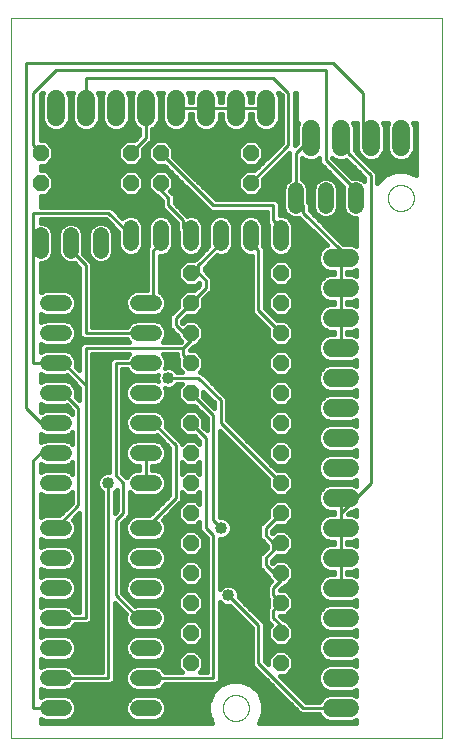
<source format=gtl>
G75*
%MOIN*%
%OFA0B0*%
%FSLAX25Y25*%
%IPPOS*%
%LPD*%
%AMOC8*
5,1,8,0,0,1.08239X$1,22.5*
%
%ADD10C,0.00000*%
%ADD11C,0.05200*%
%ADD12OC8,0.05200*%
%ADD13C,0.06000*%
%ADD14C,0.01000*%
%ADD15C,0.04000*%
%ADD16C,0.01600*%
D10*
X0001000Y0001000D02*
X0001000Y0240961D01*
X0144701Y0240961D01*
X0144701Y0001000D01*
X0001000Y0001000D01*
X0071669Y0011000D02*
X0071671Y0011131D01*
X0071677Y0011263D01*
X0071687Y0011394D01*
X0071701Y0011525D01*
X0071719Y0011655D01*
X0071741Y0011784D01*
X0071766Y0011913D01*
X0071796Y0012041D01*
X0071830Y0012168D01*
X0071867Y0012295D01*
X0071908Y0012419D01*
X0071953Y0012543D01*
X0072002Y0012665D01*
X0072054Y0012786D01*
X0072110Y0012904D01*
X0072170Y0013022D01*
X0072233Y0013137D01*
X0072300Y0013250D01*
X0072370Y0013362D01*
X0072443Y0013471D01*
X0072519Y0013577D01*
X0072599Y0013682D01*
X0072682Y0013784D01*
X0072768Y0013883D01*
X0072857Y0013980D01*
X0072949Y0014074D01*
X0073044Y0014165D01*
X0073141Y0014254D01*
X0073241Y0014339D01*
X0073344Y0014421D01*
X0073449Y0014500D01*
X0073556Y0014576D01*
X0073666Y0014648D01*
X0073778Y0014717D01*
X0073892Y0014783D01*
X0074007Y0014845D01*
X0074125Y0014904D01*
X0074244Y0014959D01*
X0074365Y0015011D01*
X0074488Y0015058D01*
X0074612Y0015102D01*
X0074737Y0015143D01*
X0074863Y0015179D01*
X0074991Y0015212D01*
X0075119Y0015240D01*
X0075248Y0015265D01*
X0075378Y0015286D01*
X0075508Y0015303D01*
X0075639Y0015316D01*
X0075770Y0015325D01*
X0075901Y0015330D01*
X0076033Y0015331D01*
X0076164Y0015328D01*
X0076296Y0015321D01*
X0076427Y0015310D01*
X0076557Y0015295D01*
X0076687Y0015276D01*
X0076817Y0015253D01*
X0076945Y0015227D01*
X0077073Y0015196D01*
X0077200Y0015161D01*
X0077326Y0015123D01*
X0077450Y0015081D01*
X0077574Y0015035D01*
X0077695Y0014985D01*
X0077815Y0014932D01*
X0077934Y0014875D01*
X0078051Y0014815D01*
X0078165Y0014751D01*
X0078278Y0014683D01*
X0078389Y0014612D01*
X0078498Y0014538D01*
X0078604Y0014461D01*
X0078708Y0014380D01*
X0078809Y0014297D01*
X0078908Y0014210D01*
X0079004Y0014120D01*
X0079097Y0014027D01*
X0079188Y0013932D01*
X0079275Y0013834D01*
X0079360Y0013733D01*
X0079441Y0013630D01*
X0079519Y0013524D01*
X0079594Y0013416D01*
X0079666Y0013306D01*
X0079734Y0013194D01*
X0079799Y0013080D01*
X0079860Y0012963D01*
X0079918Y0012845D01*
X0079972Y0012725D01*
X0080023Y0012604D01*
X0080070Y0012481D01*
X0080113Y0012357D01*
X0080152Y0012232D01*
X0080188Y0012105D01*
X0080219Y0011977D01*
X0080247Y0011849D01*
X0080271Y0011720D01*
X0080291Y0011590D01*
X0080307Y0011459D01*
X0080319Y0011328D01*
X0080327Y0011197D01*
X0080331Y0011066D01*
X0080331Y0010934D01*
X0080327Y0010803D01*
X0080319Y0010672D01*
X0080307Y0010541D01*
X0080291Y0010410D01*
X0080271Y0010280D01*
X0080247Y0010151D01*
X0080219Y0010023D01*
X0080188Y0009895D01*
X0080152Y0009768D01*
X0080113Y0009643D01*
X0080070Y0009519D01*
X0080023Y0009396D01*
X0079972Y0009275D01*
X0079918Y0009155D01*
X0079860Y0009037D01*
X0079799Y0008920D01*
X0079734Y0008806D01*
X0079666Y0008694D01*
X0079594Y0008584D01*
X0079519Y0008476D01*
X0079441Y0008370D01*
X0079360Y0008267D01*
X0079275Y0008166D01*
X0079188Y0008068D01*
X0079097Y0007973D01*
X0079004Y0007880D01*
X0078908Y0007790D01*
X0078809Y0007703D01*
X0078708Y0007620D01*
X0078604Y0007539D01*
X0078498Y0007462D01*
X0078389Y0007388D01*
X0078278Y0007317D01*
X0078166Y0007249D01*
X0078051Y0007185D01*
X0077934Y0007125D01*
X0077815Y0007068D01*
X0077695Y0007015D01*
X0077574Y0006965D01*
X0077450Y0006919D01*
X0077326Y0006877D01*
X0077200Y0006839D01*
X0077073Y0006804D01*
X0076945Y0006773D01*
X0076817Y0006747D01*
X0076687Y0006724D01*
X0076557Y0006705D01*
X0076427Y0006690D01*
X0076296Y0006679D01*
X0076164Y0006672D01*
X0076033Y0006669D01*
X0075901Y0006670D01*
X0075770Y0006675D01*
X0075639Y0006684D01*
X0075508Y0006697D01*
X0075378Y0006714D01*
X0075248Y0006735D01*
X0075119Y0006760D01*
X0074991Y0006788D01*
X0074863Y0006821D01*
X0074737Y0006857D01*
X0074612Y0006898D01*
X0074488Y0006942D01*
X0074365Y0006989D01*
X0074244Y0007041D01*
X0074125Y0007096D01*
X0074007Y0007155D01*
X0073892Y0007217D01*
X0073778Y0007283D01*
X0073666Y0007352D01*
X0073556Y0007424D01*
X0073449Y0007500D01*
X0073344Y0007579D01*
X0073241Y0007661D01*
X0073141Y0007746D01*
X0073044Y0007835D01*
X0072949Y0007926D01*
X0072857Y0008020D01*
X0072768Y0008117D01*
X0072682Y0008216D01*
X0072599Y0008318D01*
X0072519Y0008423D01*
X0072443Y0008529D01*
X0072370Y0008638D01*
X0072300Y0008750D01*
X0072233Y0008863D01*
X0072170Y0008978D01*
X0072110Y0009096D01*
X0072054Y0009214D01*
X0072002Y0009335D01*
X0071953Y0009457D01*
X0071908Y0009581D01*
X0071867Y0009705D01*
X0071830Y0009832D01*
X0071796Y0009959D01*
X0071766Y0010087D01*
X0071741Y0010216D01*
X0071719Y0010345D01*
X0071701Y0010475D01*
X0071687Y0010606D01*
X0071677Y0010737D01*
X0071671Y0010869D01*
X0071669Y0011000D01*
X0126669Y0181000D02*
X0126671Y0181131D01*
X0126677Y0181263D01*
X0126687Y0181394D01*
X0126701Y0181525D01*
X0126719Y0181655D01*
X0126741Y0181784D01*
X0126766Y0181913D01*
X0126796Y0182041D01*
X0126830Y0182168D01*
X0126867Y0182295D01*
X0126908Y0182419D01*
X0126953Y0182543D01*
X0127002Y0182665D01*
X0127054Y0182786D01*
X0127110Y0182904D01*
X0127170Y0183022D01*
X0127233Y0183137D01*
X0127300Y0183250D01*
X0127370Y0183362D01*
X0127443Y0183471D01*
X0127519Y0183577D01*
X0127599Y0183682D01*
X0127682Y0183784D01*
X0127768Y0183883D01*
X0127857Y0183980D01*
X0127949Y0184074D01*
X0128044Y0184165D01*
X0128141Y0184254D01*
X0128241Y0184339D01*
X0128344Y0184421D01*
X0128449Y0184500D01*
X0128556Y0184576D01*
X0128666Y0184648D01*
X0128778Y0184717D01*
X0128892Y0184783D01*
X0129007Y0184845D01*
X0129125Y0184904D01*
X0129244Y0184959D01*
X0129365Y0185011D01*
X0129488Y0185058D01*
X0129612Y0185102D01*
X0129737Y0185143D01*
X0129863Y0185179D01*
X0129991Y0185212D01*
X0130119Y0185240D01*
X0130248Y0185265D01*
X0130378Y0185286D01*
X0130508Y0185303D01*
X0130639Y0185316D01*
X0130770Y0185325D01*
X0130901Y0185330D01*
X0131033Y0185331D01*
X0131164Y0185328D01*
X0131296Y0185321D01*
X0131427Y0185310D01*
X0131557Y0185295D01*
X0131687Y0185276D01*
X0131817Y0185253D01*
X0131945Y0185227D01*
X0132073Y0185196D01*
X0132200Y0185161D01*
X0132326Y0185123D01*
X0132450Y0185081D01*
X0132574Y0185035D01*
X0132695Y0184985D01*
X0132815Y0184932D01*
X0132934Y0184875D01*
X0133051Y0184815D01*
X0133165Y0184751D01*
X0133278Y0184683D01*
X0133389Y0184612D01*
X0133498Y0184538D01*
X0133604Y0184461D01*
X0133708Y0184380D01*
X0133809Y0184297D01*
X0133908Y0184210D01*
X0134004Y0184120D01*
X0134097Y0184027D01*
X0134188Y0183932D01*
X0134275Y0183834D01*
X0134360Y0183733D01*
X0134441Y0183630D01*
X0134519Y0183524D01*
X0134594Y0183416D01*
X0134666Y0183306D01*
X0134734Y0183194D01*
X0134799Y0183080D01*
X0134860Y0182963D01*
X0134918Y0182845D01*
X0134972Y0182725D01*
X0135023Y0182604D01*
X0135070Y0182481D01*
X0135113Y0182357D01*
X0135152Y0182232D01*
X0135188Y0182105D01*
X0135219Y0181977D01*
X0135247Y0181849D01*
X0135271Y0181720D01*
X0135291Y0181590D01*
X0135307Y0181459D01*
X0135319Y0181328D01*
X0135327Y0181197D01*
X0135331Y0181066D01*
X0135331Y0180934D01*
X0135327Y0180803D01*
X0135319Y0180672D01*
X0135307Y0180541D01*
X0135291Y0180410D01*
X0135271Y0180280D01*
X0135247Y0180151D01*
X0135219Y0180023D01*
X0135188Y0179895D01*
X0135152Y0179768D01*
X0135113Y0179643D01*
X0135070Y0179519D01*
X0135023Y0179396D01*
X0134972Y0179275D01*
X0134918Y0179155D01*
X0134860Y0179037D01*
X0134799Y0178920D01*
X0134734Y0178806D01*
X0134666Y0178694D01*
X0134594Y0178584D01*
X0134519Y0178476D01*
X0134441Y0178370D01*
X0134360Y0178267D01*
X0134275Y0178166D01*
X0134188Y0178068D01*
X0134097Y0177973D01*
X0134004Y0177880D01*
X0133908Y0177790D01*
X0133809Y0177703D01*
X0133708Y0177620D01*
X0133604Y0177539D01*
X0133498Y0177462D01*
X0133389Y0177388D01*
X0133278Y0177317D01*
X0133166Y0177249D01*
X0133051Y0177185D01*
X0132934Y0177125D01*
X0132815Y0177068D01*
X0132695Y0177015D01*
X0132574Y0176965D01*
X0132450Y0176919D01*
X0132326Y0176877D01*
X0132200Y0176839D01*
X0132073Y0176804D01*
X0131945Y0176773D01*
X0131817Y0176747D01*
X0131687Y0176724D01*
X0131557Y0176705D01*
X0131427Y0176690D01*
X0131296Y0176679D01*
X0131164Y0176672D01*
X0131033Y0176669D01*
X0130901Y0176670D01*
X0130770Y0176675D01*
X0130639Y0176684D01*
X0130508Y0176697D01*
X0130378Y0176714D01*
X0130248Y0176735D01*
X0130119Y0176760D01*
X0129991Y0176788D01*
X0129863Y0176821D01*
X0129737Y0176857D01*
X0129612Y0176898D01*
X0129488Y0176942D01*
X0129365Y0176989D01*
X0129244Y0177041D01*
X0129125Y0177096D01*
X0129007Y0177155D01*
X0128892Y0177217D01*
X0128778Y0177283D01*
X0128666Y0177352D01*
X0128556Y0177424D01*
X0128449Y0177500D01*
X0128344Y0177579D01*
X0128241Y0177661D01*
X0128141Y0177746D01*
X0128044Y0177835D01*
X0127949Y0177926D01*
X0127857Y0178020D01*
X0127768Y0178117D01*
X0127682Y0178216D01*
X0127599Y0178318D01*
X0127519Y0178423D01*
X0127443Y0178529D01*
X0127370Y0178638D01*
X0127300Y0178750D01*
X0127233Y0178863D01*
X0127170Y0178978D01*
X0127110Y0179096D01*
X0127054Y0179214D01*
X0127002Y0179335D01*
X0126953Y0179457D01*
X0126908Y0179581D01*
X0126867Y0179705D01*
X0126830Y0179832D01*
X0126796Y0179959D01*
X0126766Y0180087D01*
X0126741Y0180216D01*
X0126719Y0180345D01*
X0126701Y0180475D01*
X0126687Y0180606D01*
X0126677Y0180737D01*
X0126671Y0180869D01*
X0126669Y0181000D01*
D11*
X0116000Y0178400D02*
X0116000Y0183600D01*
X0106000Y0183600D02*
X0106000Y0178400D01*
X0096000Y0178400D02*
X0096000Y0183600D01*
X0091000Y0171100D02*
X0091000Y0165900D01*
X0081000Y0165900D02*
X0081000Y0171100D01*
X0071000Y0171100D02*
X0071000Y0165900D01*
X0061000Y0165900D02*
X0061000Y0171100D01*
X0051000Y0171100D02*
X0051000Y0165900D01*
X0041000Y0165900D02*
X0041000Y0171100D01*
X0031000Y0168600D02*
X0031000Y0163400D01*
X0021000Y0163400D02*
X0021000Y0168600D01*
X0011000Y0168600D02*
X0011000Y0163400D01*
X0013400Y0146000D02*
X0018600Y0146000D01*
X0018600Y0136000D02*
X0013400Y0136000D01*
X0013400Y0126000D02*
X0018600Y0126000D01*
X0018600Y0116000D02*
X0013400Y0116000D01*
X0013400Y0106000D02*
X0018600Y0106000D01*
X0018600Y0096000D02*
X0013400Y0096000D01*
X0013400Y0086000D02*
X0018600Y0086000D01*
X0018600Y0071000D02*
X0013400Y0071000D01*
X0013400Y0061000D02*
X0018600Y0061000D01*
X0018600Y0051000D02*
X0013400Y0051000D01*
X0013400Y0041000D02*
X0018600Y0041000D01*
X0018600Y0031000D02*
X0013400Y0031000D01*
X0013400Y0021000D02*
X0018600Y0021000D01*
X0018600Y0011000D02*
X0013400Y0011000D01*
X0043400Y0011000D02*
X0048600Y0011000D01*
X0048600Y0021000D02*
X0043400Y0021000D01*
X0043400Y0031000D02*
X0048600Y0031000D01*
X0048600Y0041000D02*
X0043400Y0041000D01*
X0043400Y0051000D02*
X0048600Y0051000D01*
X0048600Y0061000D02*
X0043400Y0061000D01*
X0043400Y0071000D02*
X0048600Y0071000D01*
X0048600Y0086000D02*
X0043400Y0086000D01*
X0043400Y0096000D02*
X0048600Y0096000D01*
X0048600Y0106000D02*
X0043400Y0106000D01*
X0043400Y0116000D02*
X0048600Y0116000D01*
X0048600Y0126000D02*
X0043400Y0126000D01*
X0043400Y0136000D02*
X0048600Y0136000D01*
X0048600Y0146000D02*
X0043400Y0146000D01*
D12*
X0061000Y0146000D03*
X0061000Y0136000D03*
X0061000Y0126000D03*
X0061000Y0116000D03*
X0061000Y0106000D03*
X0061000Y0096000D03*
X0061000Y0086000D03*
X0061000Y0076000D03*
X0061000Y0066000D03*
X0061000Y0056000D03*
X0061000Y0046000D03*
X0061000Y0036000D03*
X0061000Y0026000D03*
X0091000Y0026000D03*
X0091000Y0036000D03*
X0091000Y0046000D03*
X0091000Y0056000D03*
X0091000Y0066000D03*
X0091000Y0076000D03*
X0091000Y0086000D03*
X0091000Y0096000D03*
X0091000Y0106000D03*
X0091000Y0116000D03*
X0091000Y0126000D03*
X0091000Y0136000D03*
X0091000Y0146000D03*
X0091000Y0156000D03*
X0081000Y0186000D03*
X0081000Y0196000D03*
X0061000Y0156000D03*
X0051000Y0186000D03*
X0051000Y0196000D03*
X0041000Y0196000D03*
X0041000Y0186000D03*
X0011000Y0186000D03*
X0011000Y0196000D03*
D13*
X0016000Y0208000D02*
X0016000Y0214000D01*
X0026000Y0214000D02*
X0026000Y0208000D01*
X0036000Y0208000D02*
X0036000Y0214000D01*
X0046000Y0214000D02*
X0046000Y0208000D01*
X0056000Y0208000D02*
X0056000Y0214000D01*
X0066000Y0214000D02*
X0066000Y0208000D01*
X0076000Y0208000D02*
X0076000Y0214000D01*
X0086000Y0214000D02*
X0086000Y0208000D01*
X0101000Y0204000D02*
X0101000Y0198000D01*
X0111000Y0198000D02*
X0111000Y0204000D01*
X0121000Y0204000D02*
X0121000Y0198000D01*
X0131000Y0198000D02*
X0131000Y0204000D01*
X0114000Y0161000D02*
X0108000Y0161000D01*
X0108000Y0151000D02*
X0114000Y0151000D01*
X0114000Y0141000D02*
X0108000Y0141000D01*
X0108000Y0131000D02*
X0114000Y0131000D01*
X0114000Y0121000D02*
X0108000Y0121000D01*
X0108000Y0111000D02*
X0114000Y0111000D01*
X0114000Y0101000D02*
X0108000Y0101000D01*
X0108000Y0091000D02*
X0114000Y0091000D01*
X0114000Y0081000D02*
X0108000Y0081000D01*
X0108000Y0071000D02*
X0114000Y0071000D01*
X0114000Y0061000D02*
X0108000Y0061000D01*
X0108000Y0051000D02*
X0114000Y0051000D01*
X0114000Y0041000D02*
X0108000Y0041000D01*
X0108000Y0031000D02*
X0114000Y0031000D01*
X0114000Y0021000D02*
X0108000Y0021000D01*
X0108000Y0011000D02*
X0114000Y0011000D01*
D14*
X0111000Y0011000D02*
X0098500Y0011000D01*
X0083500Y0026000D01*
X0083500Y0038500D01*
X0073500Y0048500D01*
X0068500Y0068500D02*
X0066000Y0071000D01*
X0066000Y0101000D01*
X0061000Y0106000D01*
X0056000Y0098500D02*
X0048500Y0106000D01*
X0046000Y0106000D01*
X0046000Y0096000D02*
X0046000Y0086000D01*
X0038500Y0086000D02*
X0038500Y0076000D01*
X0036000Y0073500D01*
X0036000Y0048500D01*
X0043500Y0041000D01*
X0046000Y0041000D01*
X0046000Y0021000D02*
X0068500Y0021000D01*
X0068500Y0068500D01*
X0071000Y0071000D02*
X0068500Y0073500D01*
X0068500Y0108500D01*
X0061000Y0116000D01*
X0063500Y0121000D02*
X0053500Y0121000D01*
X0058500Y0128500D02*
X0058500Y0131000D01*
X0026000Y0131000D01*
X0026000Y0118500D01*
X0018500Y0126000D01*
X0016000Y0126000D01*
X0008500Y0126000D01*
X0008500Y0163500D01*
X0011000Y0166000D01*
X0008500Y0163500D02*
X0008500Y0176000D01*
X0033500Y0176000D01*
X0041000Y0168500D01*
X0048500Y0163500D02*
X0051000Y0166000D01*
X0051000Y0168500D01*
X0048500Y0163500D02*
X0048500Y0148500D01*
X0046000Y0146000D01*
X0046000Y0136000D02*
X0026000Y0136000D01*
X0026000Y0158500D01*
X0021000Y0163500D01*
X0021000Y0166000D01*
X0011000Y0196000D02*
X0008500Y0198500D01*
X0008500Y0216000D01*
X0016000Y0223500D01*
X0106000Y0223500D01*
X0106000Y0193500D01*
X0116000Y0183500D01*
X0116000Y0181000D01*
X0121000Y0188500D02*
X0121000Y0086000D01*
X0111000Y0076000D01*
X0111000Y0081000D01*
X0111000Y0076000D02*
X0111000Y0071000D01*
X0111000Y0061000D01*
X0111000Y0051000D01*
X0091000Y0053500D02*
X0091000Y0056000D01*
X0091000Y0053500D02*
X0086000Y0058500D01*
X0086000Y0061000D01*
X0088500Y0063500D01*
X0088500Y0066000D01*
X0086000Y0068500D01*
X0086000Y0071000D01*
X0091000Y0076000D01*
X0091000Y0066000D02*
X0088500Y0063500D01*
X0091000Y0053500D02*
X0088500Y0051000D01*
X0088500Y0048500D01*
X0091000Y0046000D01*
X0088500Y0043500D01*
X0088500Y0041000D01*
X0091000Y0038500D01*
X0091000Y0036000D01*
X0091000Y0086000D02*
X0071000Y0106000D01*
X0071000Y0113500D01*
X0063500Y0121000D01*
X0061000Y0126000D02*
X0058500Y0128500D01*
X0058500Y0131000D02*
X0061000Y0133500D01*
X0061000Y0136000D01*
X0061000Y0133500D02*
X0056000Y0138500D01*
X0056000Y0141000D01*
X0061000Y0146000D01*
X0066000Y0151000D01*
X0066000Y0153500D01*
X0063500Y0156000D01*
X0063500Y0158500D01*
X0061000Y0156000D01*
X0063500Y0158500D02*
X0071000Y0166000D01*
X0071000Y0168500D01*
X0068500Y0178500D02*
X0088500Y0178500D01*
X0088500Y0173500D01*
X0091000Y0171000D01*
X0091000Y0168500D01*
X0083500Y0163500D02*
X0081000Y0166000D01*
X0081000Y0168500D01*
X0083500Y0163500D02*
X0083500Y0143500D01*
X0091000Y0136000D01*
X0111000Y0141000D02*
X0111000Y0131000D01*
X0111000Y0141000D02*
X0111000Y0151000D01*
X0111000Y0161000D01*
X0111000Y0163500D01*
X0098500Y0176000D01*
X0098500Y0178500D01*
X0096000Y0181000D01*
X0096000Y0196000D01*
X0101000Y0201000D01*
X0093500Y0198500D02*
X0093500Y0216000D01*
X0088500Y0221000D01*
X0026000Y0221000D01*
X0026000Y0211000D01*
X0041000Y0196000D02*
X0046000Y0201000D01*
X0046000Y0211000D01*
X0051000Y0196000D02*
X0068500Y0178500D01*
X0058500Y0171000D02*
X0061000Y0168500D01*
X0058500Y0171000D02*
X0058500Y0173500D01*
X0053500Y0178500D01*
X0053500Y0181000D01*
X0051000Y0183500D01*
X0051000Y0186000D01*
X0056000Y0211000D02*
X0066000Y0211000D01*
X0076000Y0211000D01*
X0086000Y0211000D01*
X0093500Y0198500D02*
X0081000Y0186000D01*
X0118500Y0216000D02*
X0108500Y0226000D01*
X0006000Y0226000D01*
X0006000Y0111000D01*
X0011000Y0106000D01*
X0016000Y0106000D01*
X0023500Y0111000D02*
X0018500Y0116000D01*
X0016000Y0116000D01*
X0023500Y0111000D02*
X0023500Y0078500D01*
X0016000Y0071000D01*
X0008500Y0093500D02*
X0011000Y0096000D01*
X0016000Y0096000D01*
X0008500Y0093500D02*
X0008500Y0011000D01*
X0016000Y0011000D01*
X0016000Y0021000D02*
X0033500Y0021000D01*
X0033500Y0086000D01*
X0036000Y0088500D02*
X0038500Y0086000D01*
X0036000Y0088500D02*
X0036000Y0126000D01*
X0046000Y0126000D01*
X0056000Y0098500D02*
X0056000Y0081000D01*
X0046000Y0071000D01*
X0026000Y0041000D02*
X0026000Y0118500D01*
X0026000Y0041000D02*
X0016000Y0041000D01*
X0121000Y0188500D02*
X0113500Y0196000D01*
X0113500Y0198500D01*
X0111000Y0201000D01*
X0118500Y0203500D02*
X0118500Y0216000D01*
X0118500Y0203500D02*
X0121000Y0201000D01*
D15*
X0053500Y0121000D03*
X0033500Y0086000D03*
X0071000Y0071000D03*
X0073500Y0048500D03*
D16*
X0070600Y0050691D02*
X0071461Y0051552D01*
X0072784Y0052100D01*
X0074216Y0052100D01*
X0075539Y0051552D01*
X0076552Y0050539D01*
X0077100Y0049216D01*
X0077100Y0047870D01*
X0084370Y0040600D01*
X0085600Y0039370D01*
X0085600Y0026870D01*
X0086800Y0025670D01*
X0086800Y0027740D01*
X0089260Y0030200D01*
X0092740Y0030200D01*
X0095200Y0027740D01*
X0095200Y0024260D01*
X0092740Y0021800D01*
X0090670Y0021800D01*
X0099370Y0013100D01*
X0103891Y0013100D01*
X0104100Y0013606D01*
X0105394Y0014900D01*
X0107085Y0015600D01*
X0114915Y0015600D01*
X0116000Y0015151D01*
X0116000Y0016849D01*
X0114915Y0016400D01*
X0107085Y0016400D01*
X0105394Y0017100D01*
X0104100Y0018394D01*
X0103400Y0020085D01*
X0103400Y0021915D01*
X0104100Y0023606D01*
X0105394Y0024900D01*
X0107085Y0025600D01*
X0114915Y0025600D01*
X0116000Y0025151D01*
X0116000Y0026849D01*
X0114915Y0026400D01*
X0107085Y0026400D01*
X0105394Y0027100D01*
X0104100Y0028394D01*
X0103400Y0030085D01*
X0103400Y0031915D01*
X0104100Y0033606D01*
X0105394Y0034900D01*
X0107085Y0035600D01*
X0114915Y0035600D01*
X0116000Y0035151D01*
X0116000Y0036849D01*
X0114915Y0036400D01*
X0107085Y0036400D01*
X0105394Y0037100D01*
X0104100Y0038394D01*
X0103400Y0040085D01*
X0103400Y0041915D01*
X0104100Y0043606D01*
X0105394Y0044900D01*
X0107085Y0045600D01*
X0114915Y0045600D01*
X0116000Y0045151D01*
X0116000Y0046849D01*
X0114915Y0046400D01*
X0107085Y0046400D01*
X0105394Y0047100D01*
X0104100Y0048394D01*
X0103400Y0050085D01*
X0103400Y0051915D01*
X0104100Y0053606D01*
X0105394Y0054900D01*
X0107085Y0055600D01*
X0108900Y0055600D01*
X0108900Y0056400D01*
X0107085Y0056400D01*
X0105394Y0057100D01*
X0104100Y0058394D01*
X0103400Y0060085D01*
X0103400Y0061915D01*
X0104100Y0063606D01*
X0105394Y0064900D01*
X0107085Y0065600D01*
X0108900Y0065600D01*
X0108900Y0066400D01*
X0107085Y0066400D01*
X0105394Y0067100D01*
X0104100Y0068394D01*
X0103400Y0070085D01*
X0103400Y0071915D01*
X0104100Y0073606D01*
X0105394Y0074900D01*
X0107085Y0075600D01*
X0108900Y0075600D01*
X0108900Y0076400D01*
X0107085Y0076400D01*
X0105394Y0077100D01*
X0104100Y0078394D01*
X0103400Y0080085D01*
X0103400Y0081915D01*
X0104100Y0083606D01*
X0105394Y0084900D01*
X0107085Y0085600D01*
X0114915Y0085600D01*
X0116000Y0085151D01*
X0116000Y0086849D01*
X0114915Y0086400D01*
X0107085Y0086400D01*
X0105394Y0087100D01*
X0104100Y0088394D01*
X0103400Y0090085D01*
X0103400Y0091915D01*
X0104100Y0093606D01*
X0105394Y0094900D01*
X0107085Y0095600D01*
X0114915Y0095600D01*
X0116000Y0095151D01*
X0116000Y0096849D01*
X0114915Y0096400D01*
X0107085Y0096400D01*
X0105394Y0097100D01*
X0104100Y0098394D01*
X0103400Y0100085D01*
X0103400Y0101915D01*
X0104100Y0103606D01*
X0105394Y0104900D01*
X0107085Y0105600D01*
X0114915Y0105600D01*
X0116000Y0105151D01*
X0116000Y0106849D01*
X0114915Y0106400D01*
X0107085Y0106400D01*
X0105394Y0107100D01*
X0104100Y0108394D01*
X0103400Y0110085D01*
X0103400Y0111915D01*
X0104100Y0113606D01*
X0105394Y0114900D01*
X0107085Y0115600D01*
X0114915Y0115600D01*
X0116000Y0115151D01*
X0116000Y0116849D01*
X0114915Y0116400D01*
X0107085Y0116400D01*
X0105394Y0117100D01*
X0104100Y0118394D01*
X0103400Y0120085D01*
X0103400Y0121915D01*
X0104100Y0123606D01*
X0105394Y0124900D01*
X0107085Y0125600D01*
X0114915Y0125600D01*
X0116000Y0125151D01*
X0116000Y0126849D01*
X0114915Y0126400D01*
X0107085Y0126400D01*
X0105394Y0127100D01*
X0104100Y0128394D01*
X0103400Y0130085D01*
X0103400Y0131915D01*
X0104100Y0133606D01*
X0105394Y0134900D01*
X0107085Y0135600D01*
X0108900Y0135600D01*
X0108900Y0136400D01*
X0107085Y0136400D01*
X0105394Y0137100D01*
X0104100Y0138394D01*
X0103400Y0140085D01*
X0103400Y0141915D01*
X0104100Y0143606D01*
X0105394Y0144900D01*
X0107085Y0145600D01*
X0108900Y0145600D01*
X0108900Y0146400D01*
X0107085Y0146400D01*
X0105394Y0147100D01*
X0104100Y0148394D01*
X0103400Y0150085D01*
X0103400Y0151915D01*
X0104100Y0153606D01*
X0105394Y0154900D01*
X0107085Y0155600D01*
X0108900Y0155600D01*
X0108900Y0156400D01*
X0107085Y0156400D01*
X0105394Y0157100D01*
X0104100Y0158394D01*
X0103400Y0160085D01*
X0103400Y0161915D01*
X0104100Y0163606D01*
X0105394Y0164900D01*
X0106268Y0165262D01*
X0097185Y0174345D01*
X0096835Y0174200D01*
X0095165Y0174200D01*
X0093621Y0174839D01*
X0092439Y0176021D01*
X0091800Y0177565D01*
X0091800Y0184435D01*
X0092439Y0185979D01*
X0093621Y0187161D01*
X0093900Y0187276D01*
X0093900Y0195930D01*
X0085200Y0187230D01*
X0085200Y0184260D01*
X0082740Y0181800D01*
X0079260Y0181800D01*
X0076800Y0184260D01*
X0076800Y0187740D01*
X0079260Y0190200D01*
X0082230Y0190200D01*
X0091400Y0199370D01*
X0091400Y0215130D01*
X0090530Y0216000D01*
X0090151Y0216000D01*
X0090600Y0214915D01*
X0090600Y0207085D01*
X0089900Y0205394D01*
X0088606Y0204100D01*
X0086915Y0203400D01*
X0085085Y0203400D01*
X0083394Y0204100D01*
X0082100Y0205394D01*
X0081400Y0207085D01*
X0081400Y0208900D01*
X0080600Y0208900D01*
X0080600Y0207085D01*
X0079900Y0205394D01*
X0078606Y0204100D01*
X0076915Y0203400D01*
X0075085Y0203400D01*
X0073394Y0204100D01*
X0072100Y0205394D01*
X0071400Y0207085D01*
X0071400Y0208900D01*
X0070600Y0208900D01*
X0070600Y0207085D01*
X0069900Y0205394D01*
X0068606Y0204100D01*
X0066915Y0203400D01*
X0065085Y0203400D01*
X0063394Y0204100D01*
X0062100Y0205394D01*
X0061400Y0207085D01*
X0061400Y0208900D01*
X0060600Y0208900D01*
X0060600Y0207085D01*
X0059900Y0205394D01*
X0058606Y0204100D01*
X0056915Y0203400D01*
X0055085Y0203400D01*
X0053394Y0204100D01*
X0052100Y0205394D01*
X0051400Y0207085D01*
X0051400Y0214915D01*
X0051849Y0216000D01*
X0050151Y0216000D01*
X0050600Y0214915D01*
X0050600Y0207085D01*
X0049900Y0205394D01*
X0048606Y0204100D01*
X0048100Y0203891D01*
X0048100Y0200130D01*
X0046870Y0198900D01*
X0045200Y0197230D01*
X0045200Y0194260D01*
X0042740Y0191800D01*
X0039260Y0191800D01*
X0036800Y0194260D01*
X0036800Y0197740D01*
X0039260Y0200200D01*
X0042230Y0200200D01*
X0043900Y0201870D01*
X0043900Y0203891D01*
X0043394Y0204100D01*
X0042100Y0205394D01*
X0041400Y0207085D01*
X0041400Y0214915D01*
X0041849Y0216000D01*
X0040151Y0216000D01*
X0040600Y0214915D01*
X0040600Y0207085D01*
X0039900Y0205394D01*
X0038606Y0204100D01*
X0036915Y0203400D01*
X0035085Y0203400D01*
X0033394Y0204100D01*
X0032100Y0205394D01*
X0031400Y0207085D01*
X0031400Y0214915D01*
X0031849Y0216000D01*
X0030151Y0216000D01*
X0030600Y0214915D01*
X0030600Y0207085D01*
X0029900Y0205394D01*
X0028606Y0204100D01*
X0026915Y0203400D01*
X0025085Y0203400D01*
X0023394Y0204100D01*
X0022100Y0205394D01*
X0021400Y0207085D01*
X0021400Y0214915D01*
X0021849Y0216000D01*
X0020151Y0216000D01*
X0020600Y0214915D01*
X0020600Y0207085D01*
X0019900Y0205394D01*
X0018606Y0204100D01*
X0016915Y0203400D01*
X0015085Y0203400D01*
X0013394Y0204100D01*
X0012100Y0205394D01*
X0011400Y0207085D01*
X0011400Y0214915D01*
X0011849Y0216000D01*
X0011470Y0216000D01*
X0011000Y0215530D01*
X0011000Y0200200D01*
X0012740Y0200200D01*
X0015200Y0197740D01*
X0015200Y0194260D01*
X0012740Y0191800D01*
X0011000Y0191800D01*
X0011000Y0190200D01*
X0012740Y0190200D01*
X0015200Y0187740D01*
X0015200Y0184260D01*
X0012740Y0181800D01*
X0011000Y0181800D01*
X0011000Y0178100D01*
X0034370Y0178100D01*
X0035600Y0176870D01*
X0038215Y0174255D01*
X0038621Y0174661D01*
X0040165Y0175300D01*
X0041835Y0175300D01*
X0043379Y0174661D01*
X0044561Y0173479D01*
X0045200Y0171935D01*
X0045200Y0165065D01*
X0044561Y0163521D01*
X0043379Y0162339D01*
X0041835Y0161700D01*
X0040165Y0161700D01*
X0038621Y0162339D01*
X0037439Y0163521D01*
X0036800Y0165065D01*
X0036800Y0169730D01*
X0032630Y0173900D01*
X0011000Y0173900D01*
X0011000Y0172800D01*
X0011835Y0172800D01*
X0013379Y0172161D01*
X0014561Y0170979D01*
X0015200Y0169435D01*
X0015200Y0162565D01*
X0014561Y0161021D01*
X0013379Y0159839D01*
X0011835Y0159200D01*
X0011000Y0159200D01*
X0011000Y0149540D01*
X0011021Y0149561D01*
X0012565Y0150200D01*
X0019435Y0150200D01*
X0020979Y0149561D01*
X0022161Y0148379D01*
X0022800Y0146835D01*
X0022800Y0145165D01*
X0022161Y0143621D01*
X0020979Y0142439D01*
X0019435Y0141800D01*
X0012565Y0141800D01*
X0011021Y0142439D01*
X0011000Y0142460D01*
X0011000Y0139540D01*
X0011021Y0139561D01*
X0012565Y0140200D01*
X0019435Y0140200D01*
X0020979Y0139561D01*
X0022161Y0138379D01*
X0022800Y0136835D01*
X0022800Y0135165D01*
X0022161Y0133621D01*
X0020979Y0132439D01*
X0019435Y0131800D01*
X0012565Y0131800D01*
X0011021Y0132439D01*
X0011000Y0132460D01*
X0011000Y0129540D01*
X0011021Y0129561D01*
X0012565Y0130200D01*
X0019435Y0130200D01*
X0020979Y0129561D01*
X0022161Y0128379D01*
X0022800Y0126835D01*
X0022800Y0125165D01*
X0022655Y0124815D01*
X0023900Y0123570D01*
X0023900Y0131870D01*
X0025130Y0133100D01*
X0040360Y0133100D01*
X0039839Y0133621D01*
X0039724Y0133900D01*
X0025130Y0133900D01*
X0023900Y0135130D01*
X0023900Y0157630D01*
X0022185Y0159345D01*
X0021835Y0159200D01*
X0020165Y0159200D01*
X0018621Y0159839D01*
X0017439Y0161021D01*
X0016800Y0162565D01*
X0016800Y0169435D01*
X0017439Y0170979D01*
X0018621Y0172161D01*
X0020165Y0172800D01*
X0021835Y0172800D01*
X0023379Y0172161D01*
X0024561Y0170979D01*
X0025200Y0169435D01*
X0025200Y0162565D01*
X0025114Y0162356D01*
X0028100Y0159370D01*
X0028100Y0138100D01*
X0039724Y0138100D01*
X0039839Y0138379D01*
X0041021Y0139561D01*
X0042565Y0140200D01*
X0049435Y0140200D01*
X0050979Y0139561D01*
X0052161Y0138379D01*
X0052800Y0136835D01*
X0052800Y0135165D01*
X0052161Y0133621D01*
X0051640Y0133100D01*
X0057630Y0133100D01*
X0057795Y0133265D01*
X0056800Y0134260D01*
X0056800Y0134730D01*
X0053900Y0137630D01*
X0053900Y0141870D01*
X0055130Y0143100D01*
X0056800Y0144770D01*
X0056800Y0147740D01*
X0059260Y0150200D01*
X0062230Y0150200D01*
X0063900Y0151870D01*
X0063900Y0152630D01*
X0063735Y0152795D01*
X0062740Y0151800D01*
X0059260Y0151800D01*
X0056800Y0154260D01*
X0056800Y0157740D01*
X0059260Y0160200D01*
X0062230Y0160200D01*
X0062630Y0160600D01*
X0066886Y0164856D01*
X0066800Y0165065D01*
X0066800Y0171935D01*
X0067439Y0173479D01*
X0068621Y0174661D01*
X0070165Y0175300D01*
X0071835Y0175300D01*
X0073379Y0174661D01*
X0074561Y0173479D01*
X0075200Y0171935D01*
X0075200Y0165065D01*
X0074561Y0163521D01*
X0073379Y0162339D01*
X0071835Y0161700D01*
X0070165Y0161700D01*
X0069815Y0161845D01*
X0065600Y0157630D01*
X0065600Y0156870D01*
X0068100Y0154370D01*
X0068100Y0150130D01*
X0066870Y0148900D01*
X0065200Y0147230D01*
X0065200Y0144260D01*
X0062740Y0141800D01*
X0059770Y0141800D01*
X0058100Y0140130D01*
X0058100Y0139370D01*
X0058265Y0139205D01*
X0059260Y0140200D01*
X0062740Y0140200D01*
X0065200Y0137740D01*
X0065200Y0134260D01*
X0062740Y0131800D01*
X0062270Y0131800D01*
X0061870Y0131400D01*
X0060670Y0130200D01*
X0062740Y0130200D01*
X0065200Y0127740D01*
X0065200Y0124260D01*
X0064040Y0123100D01*
X0064370Y0123100D01*
X0065600Y0121870D01*
X0073100Y0114370D01*
X0073100Y0106870D01*
X0089770Y0090200D01*
X0092740Y0090200D01*
X0095200Y0087740D01*
X0095200Y0084260D01*
X0092740Y0081800D01*
X0089260Y0081800D01*
X0086800Y0084260D01*
X0086800Y0087230D01*
X0070600Y0103430D01*
X0070600Y0074600D01*
X0071716Y0074600D01*
X0073039Y0074052D01*
X0074052Y0073039D01*
X0074600Y0071716D01*
X0074600Y0070284D01*
X0074052Y0068961D01*
X0073039Y0067948D01*
X0071716Y0067400D01*
X0070600Y0067400D01*
X0070600Y0050691D01*
X0070600Y0052152D02*
X0086683Y0052152D01*
X0086400Y0051870D02*
X0086400Y0047630D01*
X0086800Y0047230D01*
X0086800Y0044770D01*
X0086400Y0044370D01*
X0086400Y0040130D01*
X0087795Y0038735D01*
X0086800Y0037740D01*
X0086800Y0034260D01*
X0089260Y0031800D01*
X0092740Y0031800D01*
X0095200Y0034260D01*
X0095200Y0037740D01*
X0092740Y0040200D01*
X0092270Y0040200D01*
X0091870Y0040600D01*
X0090670Y0041800D01*
X0092740Y0041800D01*
X0095200Y0044260D01*
X0095200Y0047740D01*
X0092740Y0050200D01*
X0090670Y0050200D01*
X0092270Y0051800D01*
X0092740Y0051800D01*
X0095200Y0054260D01*
X0095200Y0057740D01*
X0092740Y0060200D01*
X0089260Y0060200D01*
X0088265Y0059205D01*
X0088100Y0059370D01*
X0088100Y0060130D01*
X0089370Y0061400D01*
X0089770Y0061800D01*
X0092740Y0061800D01*
X0095200Y0064260D01*
X0095200Y0067740D01*
X0092740Y0070200D01*
X0089260Y0070200D01*
X0088265Y0069205D01*
X0088100Y0069370D01*
X0088100Y0070130D01*
X0089770Y0071800D01*
X0092740Y0071800D01*
X0095200Y0074260D01*
X0095200Y0077740D01*
X0092740Y0080200D01*
X0089260Y0080200D01*
X0086800Y0077740D01*
X0086800Y0074770D01*
X0085130Y0073100D01*
X0083900Y0071870D01*
X0083900Y0067630D01*
X0086400Y0065130D01*
X0086400Y0064370D01*
X0085130Y0063100D01*
X0083900Y0061870D01*
X0083900Y0057630D01*
X0086800Y0054730D01*
X0086800Y0054260D01*
X0087795Y0053265D01*
X0086400Y0051870D01*
X0086400Y0050554D02*
X0076537Y0050554D01*
X0077100Y0048955D02*
X0086400Y0048955D01*
X0086673Y0047357D02*
X0077613Y0047357D01*
X0079212Y0045758D02*
X0086800Y0045758D01*
X0086400Y0044160D02*
X0080810Y0044160D01*
X0082409Y0042561D02*
X0086400Y0042561D01*
X0086400Y0040963D02*
X0084007Y0040963D01*
X0085600Y0039364D02*
X0087166Y0039364D01*
X0086826Y0037766D02*
X0085600Y0037766D01*
X0085600Y0036167D02*
X0086800Y0036167D01*
X0086800Y0034569D02*
X0085600Y0034569D01*
X0085600Y0032970D02*
X0088090Y0032970D01*
X0088834Y0029773D02*
X0085600Y0029773D01*
X0085600Y0028175D02*
X0087235Y0028175D01*
X0086800Y0026576D02*
X0085894Y0026576D01*
X0083151Y0023379D02*
X0070600Y0023379D01*
X0070600Y0021781D02*
X0084749Y0021781D01*
X0086348Y0020182D02*
X0070600Y0020182D01*
X0070600Y0020130D02*
X0070600Y0046309D01*
X0071461Y0045448D01*
X0072784Y0044900D01*
X0074130Y0044900D01*
X0081400Y0037630D01*
X0081400Y0025130D01*
X0096400Y0010130D01*
X0097630Y0008900D01*
X0103891Y0008900D01*
X0104100Y0008394D01*
X0105394Y0007100D01*
X0107085Y0006400D01*
X0114915Y0006400D01*
X0116000Y0006849D01*
X0116000Y0006000D01*
X0083812Y0006000D01*
X0085131Y0009184D01*
X0085131Y0012816D01*
X0083741Y0016172D01*
X0081172Y0018741D01*
X0077816Y0020131D01*
X0074184Y0020131D01*
X0070828Y0018741D01*
X0068259Y0016172D01*
X0066869Y0012816D01*
X0066869Y0009184D01*
X0068188Y0006000D01*
X0011000Y0006000D01*
X0011000Y0007460D01*
X0011021Y0007439D01*
X0012565Y0006800D01*
X0019435Y0006800D01*
X0020979Y0007439D01*
X0022161Y0008621D01*
X0022800Y0010165D01*
X0022800Y0011835D01*
X0022161Y0013379D01*
X0020979Y0014561D01*
X0019435Y0015200D01*
X0012565Y0015200D01*
X0011021Y0014561D01*
X0011000Y0014540D01*
X0011000Y0017460D01*
X0011021Y0017439D01*
X0012565Y0016800D01*
X0019435Y0016800D01*
X0020979Y0017439D01*
X0022161Y0018621D01*
X0022276Y0018900D01*
X0034370Y0018900D01*
X0035600Y0020130D01*
X0035600Y0045930D01*
X0039345Y0042185D01*
X0039200Y0041835D01*
X0039200Y0040165D01*
X0039839Y0038621D01*
X0041021Y0037439D01*
X0042565Y0036800D01*
X0049435Y0036800D01*
X0050979Y0037439D01*
X0052161Y0038621D01*
X0052800Y0040165D01*
X0052800Y0041835D01*
X0052161Y0043379D01*
X0050979Y0044561D01*
X0049435Y0045200D01*
X0042565Y0045200D01*
X0042356Y0045114D01*
X0038100Y0049370D01*
X0038100Y0072630D01*
X0040600Y0075130D01*
X0040600Y0082860D01*
X0041021Y0082439D01*
X0042565Y0081800D01*
X0049435Y0081800D01*
X0050979Y0082439D01*
X0052161Y0083621D01*
X0052800Y0085165D01*
X0052800Y0086835D01*
X0052161Y0088379D01*
X0050979Y0089561D01*
X0049435Y0090200D01*
X0048100Y0090200D01*
X0048100Y0091800D01*
X0049435Y0091800D01*
X0050979Y0092439D01*
X0052161Y0093621D01*
X0052800Y0095165D01*
X0052800Y0096835D01*
X0052161Y0098379D01*
X0050979Y0099561D01*
X0049435Y0100200D01*
X0042565Y0100200D01*
X0041021Y0099561D01*
X0039839Y0098379D01*
X0039200Y0096835D01*
X0039200Y0095165D01*
X0039839Y0093621D01*
X0041021Y0092439D01*
X0042565Y0091800D01*
X0043900Y0091800D01*
X0043900Y0090200D01*
X0042565Y0090200D01*
X0041021Y0089561D01*
X0039839Y0088379D01*
X0039620Y0087850D01*
X0039370Y0088100D01*
X0038100Y0089370D01*
X0038100Y0123900D01*
X0039724Y0123900D01*
X0039839Y0123621D01*
X0041021Y0122439D01*
X0042565Y0121800D01*
X0049435Y0121800D01*
X0050038Y0122050D01*
X0049900Y0121716D01*
X0049900Y0120284D01*
X0050038Y0119950D01*
X0049435Y0120200D01*
X0042565Y0120200D01*
X0041021Y0119561D01*
X0039839Y0118379D01*
X0039200Y0116835D01*
X0039200Y0115165D01*
X0039839Y0113621D01*
X0041021Y0112439D01*
X0042565Y0111800D01*
X0049435Y0111800D01*
X0050979Y0112439D01*
X0052161Y0113621D01*
X0052800Y0115165D01*
X0052800Y0116835D01*
X0052521Y0117509D01*
X0052784Y0117400D01*
X0054216Y0117400D01*
X0055539Y0117948D01*
X0056491Y0118900D01*
X0057960Y0118900D01*
X0056800Y0117740D01*
X0056800Y0114260D01*
X0059260Y0111800D01*
X0062230Y0111800D01*
X0066400Y0107630D01*
X0066400Y0103570D01*
X0065200Y0104770D01*
X0065200Y0107740D01*
X0062740Y0110200D01*
X0059260Y0110200D01*
X0056800Y0107740D01*
X0056800Y0104260D01*
X0059260Y0101800D01*
X0062230Y0101800D01*
X0063900Y0100130D01*
X0063900Y0099040D01*
X0062740Y0100200D01*
X0059260Y0100200D01*
X0058100Y0099040D01*
X0058100Y0099370D01*
X0052655Y0104815D01*
X0052800Y0105165D01*
X0052800Y0106835D01*
X0052161Y0108379D01*
X0050979Y0109561D01*
X0049435Y0110200D01*
X0042565Y0110200D01*
X0041021Y0109561D01*
X0039839Y0108379D01*
X0039200Y0106835D01*
X0039200Y0105165D01*
X0039839Y0103621D01*
X0041021Y0102439D01*
X0042565Y0101800D01*
X0049435Y0101800D01*
X0049644Y0101886D01*
X0053900Y0097630D01*
X0053900Y0081870D01*
X0047230Y0075200D01*
X0042565Y0075200D01*
X0041021Y0074561D01*
X0039839Y0073379D01*
X0039200Y0071835D01*
X0039200Y0070165D01*
X0039839Y0068621D01*
X0041021Y0067439D01*
X0042565Y0066800D01*
X0049435Y0066800D01*
X0050979Y0067439D01*
X0052161Y0068621D01*
X0052800Y0070165D01*
X0052800Y0071835D01*
X0052161Y0073379D01*
X0051755Y0073785D01*
X0056870Y0078900D01*
X0058100Y0080130D01*
X0058100Y0082960D01*
X0059260Y0081800D01*
X0062740Y0081800D01*
X0063900Y0082960D01*
X0063900Y0079040D01*
X0062740Y0080200D01*
X0059260Y0080200D01*
X0056800Y0077740D01*
X0056800Y0074260D01*
X0059260Y0071800D01*
X0062740Y0071800D01*
X0063900Y0072960D01*
X0063900Y0070130D01*
X0065130Y0068900D01*
X0066400Y0067630D01*
X0066400Y0023100D01*
X0064040Y0023100D01*
X0065200Y0024260D01*
X0065200Y0027740D01*
X0062740Y0030200D01*
X0059260Y0030200D01*
X0056800Y0027740D01*
X0056800Y0024260D01*
X0057960Y0023100D01*
X0052276Y0023100D01*
X0052161Y0023379D01*
X0050979Y0024561D01*
X0049435Y0025200D01*
X0042565Y0025200D01*
X0041021Y0024561D01*
X0039839Y0023379D01*
X0039200Y0021835D01*
X0039200Y0020165D01*
X0039839Y0018621D01*
X0041021Y0017439D01*
X0042565Y0016800D01*
X0049435Y0016800D01*
X0050979Y0017439D01*
X0052161Y0018621D01*
X0052276Y0018900D01*
X0069370Y0018900D01*
X0070600Y0020130D01*
X0070671Y0018584D02*
X0052123Y0018584D01*
X0049882Y0016985D02*
X0069072Y0016985D01*
X0067934Y0015387D02*
X0011000Y0015387D01*
X0011000Y0016985D02*
X0012118Y0016985D01*
X0011000Y0024540D02*
X0011000Y0027460D01*
X0011021Y0027439D01*
X0012565Y0026800D01*
X0019435Y0026800D01*
X0020979Y0027439D01*
X0022161Y0028621D01*
X0022800Y0030165D01*
X0022800Y0031835D01*
X0022161Y0033379D01*
X0020979Y0034561D01*
X0019435Y0035200D01*
X0012565Y0035200D01*
X0011021Y0034561D01*
X0011000Y0034540D01*
X0011000Y0037460D01*
X0011021Y0037439D01*
X0012565Y0036800D01*
X0019435Y0036800D01*
X0020979Y0037439D01*
X0022161Y0038621D01*
X0022276Y0038900D01*
X0026870Y0038900D01*
X0028100Y0040130D01*
X0028100Y0128900D01*
X0040360Y0128900D01*
X0039839Y0128379D01*
X0039724Y0128100D01*
X0035130Y0128100D01*
X0033900Y0126870D01*
X0033900Y0089600D01*
X0032784Y0089600D01*
X0031461Y0089052D01*
X0030448Y0088039D01*
X0029900Y0086716D01*
X0029900Y0085284D01*
X0030448Y0083961D01*
X0031400Y0083009D01*
X0031400Y0023100D01*
X0022276Y0023100D01*
X0022161Y0023379D01*
X0020979Y0024561D01*
X0019435Y0025200D01*
X0012565Y0025200D01*
X0011021Y0024561D01*
X0011000Y0024540D01*
X0011000Y0024978D02*
X0012028Y0024978D01*
X0011000Y0026576D02*
X0031400Y0026576D01*
X0031400Y0024978D02*
X0019972Y0024978D01*
X0021714Y0028175D02*
X0031400Y0028175D01*
X0031400Y0029773D02*
X0022638Y0029773D01*
X0022800Y0031372D02*
X0031400Y0031372D01*
X0031400Y0032970D02*
X0022330Y0032970D01*
X0020959Y0034569D02*
X0031400Y0034569D01*
X0031400Y0036167D02*
X0011000Y0036167D01*
X0011000Y0034569D02*
X0011041Y0034569D01*
X0011000Y0044540D02*
X0011000Y0047460D01*
X0011021Y0047439D01*
X0012565Y0046800D01*
X0019435Y0046800D01*
X0020979Y0047439D01*
X0022161Y0048621D01*
X0022800Y0050165D01*
X0022800Y0051835D01*
X0022161Y0053379D01*
X0020979Y0054561D01*
X0019435Y0055200D01*
X0012565Y0055200D01*
X0011021Y0054561D01*
X0011000Y0054540D01*
X0011000Y0057460D01*
X0011021Y0057439D01*
X0012565Y0056800D01*
X0019435Y0056800D01*
X0020979Y0057439D01*
X0022161Y0058621D01*
X0022800Y0060165D01*
X0022800Y0061835D01*
X0022161Y0063379D01*
X0020979Y0064561D01*
X0019435Y0065200D01*
X0012565Y0065200D01*
X0011021Y0064561D01*
X0011000Y0064540D01*
X0011000Y0067460D01*
X0011021Y0067439D01*
X0012565Y0066800D01*
X0019435Y0066800D01*
X0020979Y0067439D01*
X0022161Y0068621D01*
X0022800Y0070165D01*
X0022800Y0071835D01*
X0022161Y0073379D01*
X0021755Y0073785D01*
X0023900Y0075930D01*
X0023900Y0043100D01*
X0022276Y0043100D01*
X0022161Y0043379D01*
X0020979Y0044561D01*
X0019435Y0045200D01*
X0012565Y0045200D01*
X0011021Y0044561D01*
X0011000Y0044540D01*
X0011000Y0045758D02*
X0023900Y0045758D01*
X0023900Y0044160D02*
X0021380Y0044160D01*
X0020780Y0047357D02*
X0023900Y0047357D01*
X0023900Y0048955D02*
X0022299Y0048955D01*
X0022800Y0050554D02*
X0023900Y0050554D01*
X0023900Y0052152D02*
X0022669Y0052152D01*
X0021789Y0053751D02*
X0023900Y0053751D01*
X0023900Y0055349D02*
X0011000Y0055349D01*
X0011000Y0056948D02*
X0012207Y0056948D01*
X0011938Y0064940D02*
X0011000Y0064940D01*
X0011000Y0066539D02*
X0023900Y0066539D01*
X0023900Y0068137D02*
X0021677Y0068137D01*
X0022622Y0069736D02*
X0023900Y0069736D01*
X0023900Y0071334D02*
X0022800Y0071334D01*
X0022345Y0072933D02*
X0023900Y0072933D01*
X0023900Y0074532D02*
X0022501Y0074532D01*
X0019759Y0077729D02*
X0011000Y0077729D01*
X0011000Y0079327D02*
X0021357Y0079327D01*
X0021400Y0079370D02*
X0017230Y0075200D01*
X0012565Y0075200D01*
X0011021Y0074561D01*
X0011000Y0074540D01*
X0011000Y0082460D01*
X0011021Y0082439D01*
X0012565Y0081800D01*
X0019435Y0081800D01*
X0020979Y0082439D01*
X0021400Y0082860D01*
X0021400Y0079370D01*
X0021400Y0080926D02*
X0011000Y0080926D01*
X0011000Y0076130D02*
X0018160Y0076130D01*
X0021064Y0082524D02*
X0021400Y0082524D01*
X0021400Y0089140D02*
X0020979Y0089561D01*
X0019435Y0090200D01*
X0012565Y0090200D01*
X0011021Y0089561D01*
X0011000Y0089540D01*
X0011000Y0092460D01*
X0011021Y0092439D01*
X0012565Y0091800D01*
X0019435Y0091800D01*
X0020979Y0092439D01*
X0021400Y0092860D01*
X0021400Y0089140D01*
X0021400Y0090517D02*
X0011000Y0090517D01*
X0011000Y0092115D02*
X0011804Y0092115D01*
X0011000Y0099540D02*
X0011000Y0102460D01*
X0011021Y0102439D01*
X0012565Y0101800D01*
X0019435Y0101800D01*
X0020979Y0102439D01*
X0021400Y0102860D01*
X0021400Y0099140D01*
X0020979Y0099561D01*
X0019435Y0100200D01*
X0012565Y0100200D01*
X0011021Y0099561D01*
X0011000Y0099540D01*
X0011000Y0100108D02*
X0012342Y0100108D01*
X0011000Y0101706D02*
X0021400Y0101706D01*
X0021400Y0100108D02*
X0019658Y0100108D01*
X0020196Y0092115D02*
X0021400Y0092115D01*
X0028100Y0092115D02*
X0033900Y0092115D01*
X0033900Y0090517D02*
X0028100Y0090517D01*
X0028100Y0088918D02*
X0031327Y0088918D01*
X0030150Y0087320D02*
X0028100Y0087320D01*
X0028100Y0085721D02*
X0029900Y0085721D01*
X0030381Y0084123D02*
X0028100Y0084123D01*
X0028100Y0082524D02*
X0031400Y0082524D01*
X0031400Y0080926D02*
X0028100Y0080926D01*
X0028100Y0079327D02*
X0031400Y0079327D01*
X0031400Y0077729D02*
X0028100Y0077729D01*
X0028100Y0076130D02*
X0031400Y0076130D01*
X0031400Y0074532D02*
X0028100Y0074532D01*
X0028100Y0072933D02*
X0031400Y0072933D01*
X0031400Y0071334D02*
X0028100Y0071334D01*
X0028100Y0069736D02*
X0031400Y0069736D01*
X0031400Y0068137D02*
X0028100Y0068137D01*
X0028100Y0066539D02*
X0031400Y0066539D01*
X0031400Y0064940D02*
X0028100Y0064940D01*
X0028100Y0063342D02*
X0031400Y0063342D01*
X0031400Y0061743D02*
X0028100Y0061743D01*
X0028100Y0060145D02*
X0031400Y0060145D01*
X0031400Y0058546D02*
X0028100Y0058546D01*
X0028100Y0056948D02*
X0031400Y0056948D01*
X0031400Y0055349D02*
X0028100Y0055349D01*
X0028100Y0053751D02*
X0031400Y0053751D01*
X0031400Y0052152D02*
X0028100Y0052152D01*
X0028100Y0050554D02*
X0031400Y0050554D01*
X0031400Y0048955D02*
X0028100Y0048955D01*
X0028100Y0047357D02*
X0031400Y0047357D01*
X0031400Y0045758D02*
X0028100Y0045758D01*
X0028100Y0044160D02*
X0031400Y0044160D01*
X0031400Y0042561D02*
X0028100Y0042561D01*
X0028100Y0040963D02*
X0031400Y0040963D01*
X0031400Y0039364D02*
X0027334Y0039364D01*
X0031400Y0037766D02*
X0021305Y0037766D01*
X0022161Y0023379D02*
X0031400Y0023379D01*
X0035600Y0023379D02*
X0039839Y0023379D01*
X0039200Y0021781D02*
X0035600Y0021781D01*
X0035600Y0020182D02*
X0039200Y0020182D01*
X0039877Y0018584D02*
X0022123Y0018584D01*
X0019882Y0016985D02*
X0042118Y0016985D01*
X0042565Y0015200D02*
X0041021Y0014561D01*
X0039839Y0013379D01*
X0039200Y0011835D01*
X0039200Y0010165D01*
X0039839Y0008621D01*
X0041021Y0007439D01*
X0042565Y0006800D01*
X0049435Y0006800D01*
X0050979Y0007439D01*
X0052161Y0008621D01*
X0052800Y0010165D01*
X0052800Y0011835D01*
X0052161Y0013379D01*
X0050979Y0014561D01*
X0049435Y0015200D01*
X0042565Y0015200D01*
X0040248Y0013788D02*
X0021752Y0013788D01*
X0022653Y0012190D02*
X0039347Y0012190D01*
X0039200Y0010591D02*
X0022800Y0010591D01*
X0022315Y0008993D02*
X0039685Y0008993D01*
X0041130Y0007394D02*
X0020870Y0007394D01*
X0011130Y0007394D02*
X0011000Y0007394D01*
X0011000Y0047357D02*
X0011220Y0047357D01*
X0019792Y0056948D02*
X0023900Y0056948D01*
X0023900Y0058546D02*
X0022086Y0058546D01*
X0022792Y0060145D02*
X0023900Y0060145D01*
X0023900Y0061743D02*
X0022800Y0061743D01*
X0022176Y0063342D02*
X0023900Y0063342D01*
X0023900Y0064940D02*
X0020062Y0064940D01*
X0035600Y0076070D02*
X0035600Y0083009D01*
X0036400Y0083809D01*
X0036400Y0076870D01*
X0035600Y0076070D01*
X0035600Y0076130D02*
X0035660Y0076130D01*
X0035600Y0077729D02*
X0036400Y0077729D01*
X0036400Y0079327D02*
X0035600Y0079327D01*
X0035600Y0080926D02*
X0036400Y0080926D01*
X0036400Y0082524D02*
X0035600Y0082524D01*
X0038552Y0088918D02*
X0040378Y0088918D01*
X0038100Y0090517D02*
X0043900Y0090517D01*
X0041804Y0092115D02*
X0038100Y0092115D01*
X0038100Y0093714D02*
X0039801Y0093714D01*
X0039200Y0095312D02*
X0038100Y0095312D01*
X0038100Y0096911D02*
X0039231Y0096911D01*
X0039970Y0098509D02*
X0038100Y0098509D01*
X0038100Y0100108D02*
X0042342Y0100108D01*
X0040156Y0103305D02*
X0038100Y0103305D01*
X0038100Y0104903D02*
X0039308Y0104903D01*
X0039200Y0106502D02*
X0038100Y0106502D01*
X0038100Y0108100D02*
X0039724Y0108100D01*
X0038100Y0109699D02*
X0041355Y0109699D01*
X0040565Y0112896D02*
X0038100Y0112896D01*
X0038100Y0114494D02*
X0039478Y0114494D01*
X0039200Y0116093D02*
X0038100Y0116093D01*
X0038100Y0117691D02*
X0039555Y0117691D01*
X0040750Y0119290D02*
X0038100Y0119290D01*
X0038100Y0120888D02*
X0049900Y0120888D01*
X0052521Y0124491D02*
X0052800Y0125165D01*
X0052800Y0126835D01*
X0052161Y0128379D01*
X0051640Y0128900D01*
X0056400Y0128900D01*
X0056400Y0127630D01*
X0056800Y0127230D01*
X0056800Y0124260D01*
X0057960Y0123100D01*
X0056491Y0123100D01*
X0055539Y0124052D01*
X0054216Y0124600D01*
X0052784Y0124600D01*
X0052521Y0124491D01*
X0052800Y0125684D02*
X0056800Y0125684D01*
X0056748Y0127282D02*
X0052615Y0127282D01*
X0051659Y0128881D02*
X0056400Y0128881D01*
X0056975Y0124085D02*
X0055458Y0124085D01*
X0054919Y0117691D02*
X0056800Y0117691D01*
X0056800Y0116093D02*
X0052800Y0116093D01*
X0052522Y0114494D02*
X0056800Y0114494D01*
X0058165Y0112896D02*
X0051435Y0112896D01*
X0050645Y0109699D02*
X0058759Y0109699D01*
X0057161Y0108100D02*
X0052276Y0108100D01*
X0052800Y0106502D02*
X0056800Y0106502D01*
X0056800Y0104903D02*
X0052692Y0104903D01*
X0054165Y0103305D02*
X0057756Y0103305D01*
X0055764Y0101706D02*
X0062324Y0101706D01*
X0062832Y0100108D02*
X0063900Y0100108D01*
X0065200Y0104903D02*
X0066400Y0104903D01*
X0066400Y0106502D02*
X0065200Y0106502D01*
X0064839Y0108100D02*
X0065930Y0108100D01*
X0064331Y0109699D02*
X0063241Y0109699D01*
X0062733Y0111297D02*
X0038100Y0111297D01*
X0033900Y0111297D02*
X0028100Y0111297D01*
X0028100Y0109699D02*
X0033900Y0109699D01*
X0033900Y0108100D02*
X0028100Y0108100D01*
X0028100Y0106502D02*
X0033900Y0106502D01*
X0033900Y0104903D02*
X0028100Y0104903D01*
X0028100Y0103305D02*
X0033900Y0103305D01*
X0033900Y0101706D02*
X0028100Y0101706D01*
X0028100Y0100108D02*
X0033900Y0100108D01*
X0033900Y0098509D02*
X0028100Y0098509D01*
X0028100Y0096911D02*
X0033900Y0096911D01*
X0033900Y0095312D02*
X0028100Y0095312D01*
X0028100Y0093714D02*
X0033900Y0093714D01*
X0038100Y0101706D02*
X0049824Y0101706D01*
X0049658Y0100108D02*
X0051422Y0100108D01*
X0052030Y0098509D02*
X0053021Y0098509D01*
X0052769Y0096911D02*
X0053900Y0096911D01*
X0053900Y0095312D02*
X0052800Y0095312D01*
X0052199Y0093714D02*
X0053900Y0093714D01*
X0053900Y0092115D02*
X0050196Y0092115D01*
X0048100Y0090517D02*
X0053900Y0090517D01*
X0053900Y0088918D02*
X0051622Y0088918D01*
X0052599Y0087320D02*
X0053900Y0087320D01*
X0053900Y0085721D02*
X0052800Y0085721D01*
X0052368Y0084123D02*
X0053900Y0084123D01*
X0053900Y0082524D02*
X0051064Y0082524D01*
X0052956Y0080926D02*
X0040600Y0080926D01*
X0040600Y0082524D02*
X0040936Y0082524D01*
X0040600Y0079327D02*
X0051357Y0079327D01*
X0049759Y0077729D02*
X0040600Y0077729D01*
X0040600Y0076130D02*
X0048160Y0076130D01*
X0052345Y0072933D02*
X0058127Y0072933D01*
X0056800Y0074532D02*
X0052501Y0074532D01*
X0054100Y0076130D02*
X0056800Y0076130D01*
X0056800Y0077729D02*
X0055698Y0077729D01*
X0057297Y0079327D02*
X0058387Y0079327D01*
X0058100Y0080926D02*
X0063900Y0080926D01*
X0063900Y0082524D02*
X0063464Y0082524D01*
X0063613Y0079327D02*
X0063900Y0079327D01*
X0063873Y0072933D02*
X0063900Y0072933D01*
X0063900Y0071334D02*
X0052800Y0071334D01*
X0052622Y0069736D02*
X0058796Y0069736D01*
X0059260Y0070200D02*
X0056800Y0067740D01*
X0056800Y0064260D01*
X0059260Y0061800D01*
X0062740Y0061800D01*
X0065200Y0064260D01*
X0065200Y0067740D01*
X0062740Y0070200D01*
X0059260Y0070200D01*
X0057198Y0068137D02*
X0051677Y0068137D01*
X0050062Y0064940D02*
X0056800Y0064940D01*
X0056800Y0066539D02*
X0038100Y0066539D01*
X0038100Y0068137D02*
X0040323Y0068137D01*
X0039378Y0069736D02*
X0038100Y0069736D01*
X0038100Y0071334D02*
X0039200Y0071334D01*
X0039655Y0072933D02*
X0038403Y0072933D01*
X0040001Y0074532D02*
X0040992Y0074532D01*
X0042565Y0065200D02*
X0041021Y0064561D01*
X0039839Y0063379D01*
X0039200Y0061835D01*
X0039200Y0060165D01*
X0039839Y0058621D01*
X0041021Y0057439D01*
X0042565Y0056800D01*
X0049435Y0056800D01*
X0050979Y0057439D01*
X0052161Y0058621D01*
X0052800Y0060165D01*
X0052800Y0061835D01*
X0052161Y0063379D01*
X0050979Y0064561D01*
X0049435Y0065200D01*
X0042565Y0065200D01*
X0041938Y0064940D02*
X0038100Y0064940D01*
X0038100Y0063342D02*
X0039824Y0063342D01*
X0039200Y0061743D02*
X0038100Y0061743D01*
X0038100Y0060145D02*
X0039208Y0060145D01*
X0039914Y0058546D02*
X0038100Y0058546D01*
X0038100Y0056948D02*
X0042207Y0056948D01*
X0042565Y0055200D02*
X0041021Y0054561D01*
X0039839Y0053379D01*
X0039200Y0051835D01*
X0039200Y0050165D01*
X0039839Y0048621D01*
X0041021Y0047439D01*
X0042565Y0046800D01*
X0049435Y0046800D01*
X0050979Y0047439D01*
X0052161Y0048621D01*
X0052800Y0050165D01*
X0052800Y0051835D01*
X0052161Y0053379D01*
X0050979Y0054561D01*
X0049435Y0055200D01*
X0042565Y0055200D01*
X0040211Y0053751D02*
X0038100Y0053751D01*
X0038100Y0055349D02*
X0056800Y0055349D01*
X0056800Y0054260D02*
X0059260Y0051800D01*
X0062740Y0051800D01*
X0065200Y0054260D01*
X0065200Y0057740D01*
X0062740Y0060200D01*
X0059260Y0060200D01*
X0056800Y0057740D01*
X0056800Y0054260D01*
X0057309Y0053751D02*
X0051789Y0053751D01*
X0052669Y0052152D02*
X0058908Y0052152D01*
X0059260Y0050200D02*
X0056800Y0047740D01*
X0056800Y0044260D01*
X0059260Y0041800D01*
X0062740Y0041800D01*
X0065200Y0044260D01*
X0065200Y0047740D01*
X0062740Y0050200D01*
X0059260Y0050200D01*
X0058016Y0048955D02*
X0052299Y0048955D01*
X0052800Y0050554D02*
X0066400Y0050554D01*
X0066400Y0052152D02*
X0063092Y0052152D01*
X0064691Y0053751D02*
X0066400Y0053751D01*
X0066400Y0055349D02*
X0065200Y0055349D01*
X0065200Y0056948D02*
X0066400Y0056948D01*
X0066400Y0058546D02*
X0064393Y0058546D01*
X0062795Y0060145D02*
X0066400Y0060145D01*
X0066400Y0061743D02*
X0052800Y0061743D01*
X0052792Y0060145D02*
X0059205Y0060145D01*
X0057607Y0058546D02*
X0052086Y0058546D01*
X0049792Y0056948D02*
X0056800Y0056948D01*
X0057718Y0063342D02*
X0052176Y0063342D01*
X0050780Y0047357D02*
X0056800Y0047357D01*
X0056800Y0045758D02*
X0041712Y0045758D01*
X0041220Y0047357D02*
X0040113Y0047357D01*
X0039701Y0048955D02*
X0038514Y0048955D01*
X0038100Y0050554D02*
X0039200Y0050554D01*
X0039331Y0052152D02*
X0038100Y0052152D01*
X0035772Y0045758D02*
X0035600Y0045758D01*
X0035600Y0044160D02*
X0037370Y0044160D01*
X0038969Y0042561D02*
X0035600Y0042561D01*
X0035600Y0040963D02*
X0039200Y0040963D01*
X0039531Y0039364D02*
X0035600Y0039364D01*
X0035600Y0037766D02*
X0040695Y0037766D01*
X0042565Y0035200D02*
X0041021Y0034561D01*
X0039839Y0033379D01*
X0039200Y0031835D01*
X0039200Y0030165D01*
X0039839Y0028621D01*
X0041021Y0027439D01*
X0042565Y0026800D01*
X0049435Y0026800D01*
X0050979Y0027439D01*
X0052161Y0028621D01*
X0052800Y0030165D01*
X0052800Y0031835D01*
X0052161Y0033379D01*
X0050979Y0034561D01*
X0049435Y0035200D01*
X0042565Y0035200D01*
X0041041Y0034569D02*
X0035600Y0034569D01*
X0035600Y0036167D02*
X0056800Y0036167D01*
X0056800Y0037740D02*
X0056800Y0034260D01*
X0059260Y0031800D01*
X0062740Y0031800D01*
X0065200Y0034260D01*
X0065200Y0037740D01*
X0062740Y0040200D01*
X0059260Y0040200D01*
X0056800Y0037740D01*
X0056826Y0037766D02*
X0051305Y0037766D01*
X0052468Y0039364D02*
X0058425Y0039364D01*
X0058499Y0042561D02*
X0052499Y0042561D01*
X0052800Y0040963D02*
X0066400Y0040963D01*
X0066400Y0042561D02*
X0063501Y0042561D01*
X0065099Y0044160D02*
X0066400Y0044160D01*
X0066400Y0045758D02*
X0065200Y0045758D01*
X0065200Y0047357D02*
X0066400Y0047357D01*
X0066400Y0048955D02*
X0063984Y0048955D01*
X0056900Y0044160D02*
X0051380Y0044160D01*
X0050959Y0034569D02*
X0056800Y0034569D01*
X0058090Y0032970D02*
X0052330Y0032970D01*
X0052800Y0031372D02*
X0066400Y0031372D01*
X0066400Y0032970D02*
X0063910Y0032970D01*
X0065200Y0034569D02*
X0066400Y0034569D01*
X0066400Y0036167D02*
X0065200Y0036167D01*
X0065174Y0037766D02*
X0066400Y0037766D01*
X0066400Y0039364D02*
X0063575Y0039364D01*
X0063166Y0029773D02*
X0066400Y0029773D01*
X0066400Y0028175D02*
X0064765Y0028175D01*
X0065200Y0026576D02*
X0066400Y0026576D01*
X0066400Y0024978D02*
X0065200Y0024978D01*
X0064319Y0023379D02*
X0066400Y0023379D01*
X0070600Y0024978D02*
X0081552Y0024978D01*
X0081400Y0026576D02*
X0070600Y0026576D01*
X0070600Y0028175D02*
X0081400Y0028175D01*
X0081400Y0029773D02*
X0070600Y0029773D01*
X0070600Y0031372D02*
X0081400Y0031372D01*
X0081400Y0032970D02*
X0070600Y0032970D01*
X0070600Y0034569D02*
X0081400Y0034569D01*
X0081400Y0036167D02*
X0070600Y0036167D01*
X0070600Y0037766D02*
X0081264Y0037766D01*
X0079666Y0039364D02*
X0070600Y0039364D01*
X0070600Y0040963D02*
X0078067Y0040963D01*
X0076469Y0042561D02*
X0070600Y0042561D01*
X0070600Y0044160D02*
X0074870Y0044160D01*
X0071151Y0045758D02*
X0070600Y0045758D01*
X0070600Y0053751D02*
X0087309Y0053751D01*
X0086181Y0055349D02*
X0070600Y0055349D01*
X0070600Y0056948D02*
X0084582Y0056948D01*
X0083900Y0058546D02*
X0070600Y0058546D01*
X0070600Y0060145D02*
X0083900Y0060145D01*
X0083900Y0061743D02*
X0070600Y0061743D01*
X0070600Y0063342D02*
X0085372Y0063342D01*
X0085130Y0063100D02*
X0085130Y0063100D01*
X0086400Y0064940D02*
X0070600Y0064940D01*
X0070600Y0066539D02*
X0084991Y0066539D01*
X0083900Y0068137D02*
X0073229Y0068137D01*
X0074373Y0069736D02*
X0083900Y0069736D01*
X0083900Y0071334D02*
X0074600Y0071334D01*
X0074096Y0072933D02*
X0084963Y0072933D01*
X0086562Y0074532D02*
X0071881Y0074532D01*
X0070600Y0076130D02*
X0086800Y0076130D01*
X0086800Y0077729D02*
X0070600Y0077729D01*
X0070600Y0079327D02*
X0088387Y0079327D01*
X0088536Y0082524D02*
X0070600Y0082524D01*
X0070600Y0080926D02*
X0103400Y0080926D01*
X0103652Y0082524D02*
X0093464Y0082524D01*
X0095062Y0084123D02*
X0104617Y0084123D01*
X0105175Y0087320D02*
X0095200Y0087320D01*
X0095200Y0085721D02*
X0116000Y0085721D01*
X0116000Y0076849D02*
X0114915Y0076400D01*
X0114370Y0076400D01*
X0113570Y0075600D01*
X0114915Y0075600D01*
X0116000Y0075151D01*
X0116000Y0076849D01*
X0116000Y0076130D02*
X0114100Y0076130D01*
X0108900Y0076130D02*
X0095200Y0076130D01*
X0095200Y0074532D02*
X0105026Y0074532D01*
X0103822Y0072933D02*
X0093873Y0072933D01*
X0093204Y0069736D02*
X0103545Y0069736D01*
X0103400Y0071334D02*
X0089304Y0071334D01*
X0088796Y0069736D02*
X0088100Y0069736D01*
X0089713Y0061743D02*
X0103400Y0061743D01*
X0103400Y0060145D02*
X0092795Y0060145D01*
X0094393Y0058546D02*
X0104037Y0058546D01*
X0105762Y0056948D02*
X0095200Y0056948D01*
X0095200Y0055349D02*
X0106480Y0055349D01*
X0104245Y0053751D02*
X0094691Y0053751D01*
X0093092Y0052152D02*
X0103498Y0052152D01*
X0103400Y0050554D02*
X0091024Y0050554D01*
X0093984Y0048955D02*
X0103868Y0048955D01*
X0105138Y0047357D02*
X0095200Y0047357D01*
X0095200Y0045758D02*
X0116000Y0045758D01*
X0116000Y0055151D02*
X0114915Y0055600D01*
X0113100Y0055600D01*
X0113100Y0056400D01*
X0114915Y0056400D01*
X0116000Y0056849D01*
X0116000Y0055151D01*
X0116000Y0055349D02*
X0115520Y0055349D01*
X0116000Y0065151D02*
X0114915Y0065600D01*
X0113100Y0065600D01*
X0113100Y0066400D01*
X0114915Y0066400D01*
X0116000Y0066849D01*
X0116000Y0065151D01*
X0116000Y0066539D02*
X0115250Y0066539D01*
X0106749Y0066539D02*
X0095200Y0066539D01*
X0095200Y0064940D02*
X0105493Y0064940D01*
X0103991Y0063342D02*
X0094282Y0063342D01*
X0094802Y0068137D02*
X0104357Y0068137D01*
X0104766Y0077729D02*
X0095200Y0077729D01*
X0093613Y0079327D02*
X0103714Y0079327D01*
X0103883Y0088918D02*
X0094022Y0088918D01*
X0092740Y0091800D02*
X0095200Y0094260D01*
X0095200Y0097740D01*
X0092740Y0100200D01*
X0089260Y0100200D01*
X0086800Y0097740D01*
X0086800Y0094260D01*
X0089260Y0091800D01*
X0092740Y0091800D01*
X0093055Y0092115D02*
X0103483Y0092115D01*
X0103400Y0090517D02*
X0089453Y0090517D01*
X0088945Y0092115D02*
X0087855Y0092115D01*
X0087347Y0093714D02*
X0086256Y0093714D01*
X0086800Y0095312D02*
X0084658Y0095312D01*
X0083059Y0096911D02*
X0086800Y0096911D01*
X0087570Y0098509D02*
X0081461Y0098509D01*
X0079862Y0100108D02*
X0089168Y0100108D01*
X0089260Y0101800D02*
X0092740Y0101800D01*
X0095200Y0104260D01*
X0095200Y0107740D01*
X0092740Y0110200D01*
X0089260Y0110200D01*
X0086800Y0107740D01*
X0086800Y0104260D01*
X0089260Y0101800D01*
X0087756Y0103305D02*
X0076665Y0103305D01*
X0075067Y0104903D02*
X0086800Y0104903D01*
X0086800Y0106502D02*
X0073468Y0106502D01*
X0073100Y0108100D02*
X0087161Y0108100D01*
X0088759Y0109699D02*
X0073100Y0109699D01*
X0073100Y0111297D02*
X0103400Y0111297D01*
X0103560Y0109699D02*
X0093241Y0109699D01*
X0092740Y0111800D02*
X0095200Y0114260D01*
X0095200Y0117740D01*
X0092740Y0120200D01*
X0089260Y0120200D01*
X0086800Y0117740D01*
X0086800Y0114260D01*
X0089260Y0111800D01*
X0092740Y0111800D01*
X0093835Y0112896D02*
X0103806Y0112896D01*
X0104989Y0114494D02*
X0095200Y0114494D01*
X0095200Y0116093D02*
X0116000Y0116093D01*
X0116000Y0106502D02*
X0115161Y0106502D01*
X0115610Y0095312D02*
X0116000Y0095312D01*
X0106390Y0095312D02*
X0095200Y0095312D01*
X0095200Y0096911D02*
X0105852Y0096911D01*
X0104053Y0098509D02*
X0094430Y0098509D01*
X0092832Y0100108D02*
X0103400Y0100108D01*
X0103400Y0101706D02*
X0078264Y0101706D01*
X0075521Y0098509D02*
X0070600Y0098509D01*
X0070600Y0096911D02*
X0077119Y0096911D01*
X0078718Y0095312D02*
X0070600Y0095312D01*
X0070600Y0093714D02*
X0080316Y0093714D01*
X0081915Y0092115D02*
X0070600Y0092115D01*
X0070600Y0090517D02*
X0083514Y0090517D01*
X0085112Y0088918D02*
X0070600Y0088918D01*
X0070600Y0087320D02*
X0086711Y0087320D01*
X0086800Y0085721D02*
X0070600Y0085721D01*
X0070600Y0084123D02*
X0086938Y0084123D01*
X0094653Y0093714D02*
X0104208Y0093714D01*
X0103976Y0103305D02*
X0094244Y0103305D01*
X0095200Y0104903D02*
X0105403Y0104903D01*
X0106839Y0106502D02*
X0095200Y0106502D01*
X0094839Y0108100D02*
X0104394Y0108100D01*
X0104803Y0117691D02*
X0095200Y0117691D01*
X0093650Y0119290D02*
X0103729Y0119290D01*
X0103400Y0120888D02*
X0066581Y0120888D01*
X0064983Y0122487D02*
X0088573Y0122487D01*
X0089260Y0121800D02*
X0086800Y0124260D01*
X0086800Y0127740D01*
X0089260Y0130200D01*
X0092740Y0130200D01*
X0095200Y0127740D01*
X0095200Y0124260D01*
X0092740Y0121800D01*
X0089260Y0121800D01*
X0088350Y0119290D02*
X0068180Y0119290D01*
X0069779Y0117691D02*
X0086800Y0117691D01*
X0086800Y0116093D02*
X0071377Y0116093D01*
X0068634Y0112896D02*
X0067074Y0112896D01*
X0067036Y0114494D02*
X0065476Y0114494D01*
X0065200Y0114770D02*
X0065200Y0116330D01*
X0068900Y0112630D01*
X0068900Y0111070D01*
X0065200Y0114770D01*
X0065200Y0116093D02*
X0065437Y0116093D01*
X0068673Y0111297D02*
X0068900Y0111297D01*
X0073100Y0112896D02*
X0088165Y0112896D01*
X0086800Y0114494D02*
X0072976Y0114494D01*
X0070725Y0103305D02*
X0070600Y0103305D01*
X0070600Y0101706D02*
X0072324Y0101706D01*
X0073922Y0100108D02*
X0070600Y0100108D01*
X0063900Y0092960D02*
X0063900Y0089040D01*
X0062740Y0090200D01*
X0059260Y0090200D01*
X0058100Y0089040D01*
X0058100Y0092960D01*
X0059260Y0091800D01*
X0062740Y0091800D01*
X0063900Y0092960D01*
X0063900Y0092115D02*
X0063055Y0092115D01*
X0063900Y0090517D02*
X0058100Y0090517D01*
X0058100Y0092115D02*
X0058945Y0092115D01*
X0059168Y0100108D02*
X0057362Y0100108D01*
X0058100Y0082524D02*
X0058536Y0082524D01*
X0063204Y0069736D02*
X0064294Y0069736D01*
X0064802Y0068137D02*
X0065893Y0068137D01*
X0066400Y0066539D02*
X0065200Y0066539D01*
X0065200Y0064940D02*
X0066400Y0064940D01*
X0066400Y0063342D02*
X0064282Y0063342D01*
X0058834Y0029773D02*
X0052638Y0029773D01*
X0051714Y0028175D02*
X0057235Y0028175D01*
X0056800Y0026576D02*
X0035600Y0026576D01*
X0035600Y0024978D02*
X0042028Y0024978D01*
X0040286Y0028175D02*
X0035600Y0028175D01*
X0035600Y0029773D02*
X0039362Y0029773D01*
X0039200Y0031372D02*
X0035600Y0031372D01*
X0035600Y0032970D02*
X0039670Y0032970D01*
X0049972Y0024978D02*
X0056800Y0024978D01*
X0057681Y0023379D02*
X0052161Y0023379D01*
X0051752Y0013788D02*
X0067272Y0013788D01*
X0066869Y0012190D02*
X0052653Y0012190D01*
X0052800Y0010591D02*
X0066869Y0010591D01*
X0066948Y0008993D02*
X0052315Y0008993D01*
X0050870Y0007394D02*
X0067611Y0007394D01*
X0081329Y0018584D02*
X0087947Y0018584D01*
X0089545Y0016985D02*
X0082928Y0016985D01*
X0084066Y0015387D02*
X0091144Y0015387D01*
X0092742Y0013788D02*
X0084728Y0013788D01*
X0085131Y0012190D02*
X0094341Y0012190D01*
X0095939Y0010591D02*
X0085131Y0010591D01*
X0085051Y0008993D02*
X0097538Y0008993D01*
X0098682Y0013788D02*
X0104283Y0013788D01*
X0106570Y0015387D02*
X0097083Y0015387D01*
X0095485Y0016985D02*
X0105672Y0016985D01*
X0104022Y0018584D02*
X0093886Y0018584D01*
X0092288Y0020182D02*
X0103400Y0020182D01*
X0103400Y0021781D02*
X0090689Y0021781D01*
X0094319Y0023379D02*
X0104006Y0023379D01*
X0105583Y0024978D02*
X0095200Y0024978D01*
X0095200Y0026576D02*
X0106660Y0026576D01*
X0104320Y0028175D02*
X0094765Y0028175D01*
X0093166Y0029773D02*
X0103529Y0029773D01*
X0103400Y0031372D02*
X0085600Y0031372D01*
X0091507Y0040963D02*
X0103400Y0040963D01*
X0103668Y0042561D02*
X0093501Y0042561D01*
X0095099Y0044160D02*
X0104654Y0044160D01*
X0103699Y0039364D02*
X0093575Y0039364D01*
X0095174Y0037766D02*
X0104729Y0037766D01*
X0105063Y0034569D02*
X0095200Y0034569D01*
X0095200Y0036167D02*
X0116000Y0036167D01*
X0116000Y0026576D02*
X0115340Y0026576D01*
X0115430Y0015387D02*
X0116000Y0015387D01*
X0105101Y0007394D02*
X0084389Y0007394D01*
X0093910Y0032970D02*
X0103837Y0032970D01*
X0089205Y0060145D02*
X0088115Y0060145D01*
X0089370Y0061400D02*
X0089370Y0061400D01*
X0093427Y0122487D02*
X0103637Y0122487D01*
X0104580Y0124085D02*
X0095025Y0124085D01*
X0095200Y0125684D02*
X0116000Y0125684D01*
X0116000Y0135151D02*
X0114915Y0135600D01*
X0113100Y0135600D01*
X0113100Y0136400D01*
X0114915Y0136400D01*
X0116000Y0136849D01*
X0116000Y0135151D01*
X0116000Y0135275D02*
X0115700Y0135275D01*
X0116000Y0145151D02*
X0114915Y0145600D01*
X0113100Y0145600D01*
X0113100Y0146400D01*
X0114915Y0146400D01*
X0116000Y0146849D01*
X0116000Y0145151D01*
X0116000Y0146465D02*
X0115071Y0146465D01*
X0116000Y0155151D02*
X0114915Y0155600D01*
X0113100Y0155600D01*
X0113100Y0156400D01*
X0114915Y0156400D01*
X0116000Y0156849D01*
X0116000Y0155151D01*
X0116000Y0156056D02*
X0113100Y0156056D01*
X0108900Y0156056D02*
X0095200Y0156056D01*
X0095200Y0157654D02*
X0104841Y0157654D01*
X0103745Y0159253D02*
X0093687Y0159253D01*
X0092740Y0160200D02*
X0089260Y0160200D01*
X0086800Y0157740D01*
X0086800Y0154260D01*
X0089260Y0151800D01*
X0092740Y0151800D01*
X0095200Y0154260D01*
X0095200Y0157740D01*
X0092740Y0160200D01*
X0091835Y0161700D02*
X0093379Y0162339D01*
X0094561Y0163521D01*
X0095200Y0165065D01*
X0095200Y0171935D01*
X0094561Y0173479D01*
X0093379Y0174661D01*
X0091835Y0175300D01*
X0090600Y0175300D01*
X0090600Y0179370D01*
X0089370Y0180600D01*
X0069370Y0180600D01*
X0055200Y0194770D01*
X0055200Y0197740D01*
X0052740Y0200200D01*
X0049260Y0200200D01*
X0046800Y0197740D01*
X0046800Y0194260D01*
X0049260Y0191800D01*
X0052230Y0191800D01*
X0066400Y0177630D01*
X0067630Y0176400D01*
X0086400Y0176400D01*
X0086400Y0172630D01*
X0086886Y0172144D01*
X0086800Y0171935D01*
X0086800Y0165065D01*
X0087439Y0163521D01*
X0088621Y0162339D01*
X0090165Y0161700D01*
X0091835Y0161700D01*
X0093489Y0162450D02*
X0103621Y0162450D01*
X0103400Y0160851D02*
X0085600Y0160851D01*
X0085600Y0159253D02*
X0088313Y0159253D01*
X0086800Y0157654D02*
X0085600Y0157654D01*
X0085600Y0156056D02*
X0086800Y0156056D01*
X0086800Y0154457D02*
X0085600Y0154457D01*
X0085600Y0152859D02*
X0088202Y0152859D01*
X0089260Y0150200D02*
X0086800Y0147740D01*
X0086800Y0144260D01*
X0089260Y0141800D01*
X0092740Y0141800D01*
X0095200Y0144260D01*
X0095200Y0147740D01*
X0092740Y0150200D01*
X0089260Y0150200D01*
X0088722Y0149662D02*
X0085600Y0149662D01*
X0085600Y0151260D02*
X0103400Y0151260D01*
X0103575Y0149662D02*
X0093278Y0149662D01*
X0094877Y0148063D02*
X0104432Y0148063D01*
X0106929Y0146465D02*
X0095200Y0146465D01*
X0095200Y0144866D02*
X0105361Y0144866D01*
X0103960Y0143268D02*
X0094207Y0143268D01*
X0092740Y0140200D02*
X0089770Y0140200D01*
X0085600Y0144370D01*
X0085600Y0164370D01*
X0085114Y0164856D01*
X0085200Y0165065D01*
X0085200Y0171935D01*
X0084561Y0173479D01*
X0083379Y0174661D01*
X0081835Y0175300D01*
X0080165Y0175300D01*
X0078621Y0174661D01*
X0077439Y0173479D01*
X0076800Y0171935D01*
X0076800Y0165065D01*
X0077439Y0163521D01*
X0078621Y0162339D01*
X0080165Y0161700D01*
X0081400Y0161700D01*
X0081400Y0142630D01*
X0082630Y0141400D01*
X0086800Y0137230D01*
X0086800Y0134260D01*
X0089260Y0131800D01*
X0092740Y0131800D01*
X0095200Y0134260D01*
X0095200Y0137740D01*
X0092740Y0140200D01*
X0092869Y0140070D02*
X0103406Y0140070D01*
X0103400Y0141669D02*
X0088301Y0141669D01*
X0087793Y0143268D02*
X0086702Y0143268D01*
X0086800Y0144866D02*
X0085600Y0144866D01*
X0085600Y0146465D02*
X0086800Y0146465D01*
X0087123Y0148063D02*
X0085600Y0148063D01*
X0081400Y0148063D02*
X0066033Y0148063D01*
X0065200Y0146465D02*
X0081400Y0146465D01*
X0081400Y0144866D02*
X0065200Y0144866D01*
X0064207Y0143268D02*
X0081400Y0143268D01*
X0082361Y0141669D02*
X0059639Y0141669D01*
X0059131Y0140070D02*
X0058100Y0140070D01*
X0055298Y0143268D02*
X0051807Y0143268D01*
X0052161Y0143621D02*
X0052800Y0145165D01*
X0052800Y0146835D01*
X0052161Y0148379D01*
X0050979Y0149561D01*
X0050600Y0149718D01*
X0050600Y0161700D01*
X0051835Y0161700D01*
X0053379Y0162339D01*
X0054561Y0163521D01*
X0055200Y0165065D01*
X0055200Y0171935D01*
X0054561Y0173479D01*
X0053379Y0174661D01*
X0051835Y0175300D01*
X0050165Y0175300D01*
X0048621Y0174661D01*
X0047439Y0173479D01*
X0046800Y0171935D01*
X0046800Y0165065D01*
X0046886Y0164856D01*
X0046400Y0164370D01*
X0046400Y0150200D01*
X0042565Y0150200D01*
X0041021Y0149561D01*
X0039839Y0148379D01*
X0039200Y0146835D01*
X0039200Y0145165D01*
X0039839Y0143621D01*
X0041021Y0142439D01*
X0042565Y0141800D01*
X0049435Y0141800D01*
X0050979Y0142439D01*
X0052161Y0143621D01*
X0052676Y0144866D02*
X0056800Y0144866D01*
X0056800Y0146465D02*
X0052800Y0146465D01*
X0052291Y0148063D02*
X0057123Y0148063D01*
X0058722Y0149662D02*
X0050735Y0149662D01*
X0050600Y0151260D02*
X0063290Y0151260D01*
X0066414Y0156056D02*
X0081400Y0156056D01*
X0081400Y0157654D02*
X0065624Y0157654D01*
X0067222Y0159253D02*
X0081400Y0159253D01*
X0081400Y0160851D02*
X0068821Y0160851D01*
X0066078Y0164048D02*
X0064779Y0164048D01*
X0064561Y0163521D02*
X0065200Y0165065D01*
X0065200Y0171935D01*
X0064561Y0173479D01*
X0063379Y0174661D01*
X0061835Y0175300D01*
X0060165Y0175300D01*
X0059815Y0175155D01*
X0055600Y0179370D01*
X0055600Y0181870D01*
X0054205Y0183265D01*
X0055200Y0184260D01*
X0055200Y0187740D01*
X0052740Y0190200D01*
X0049260Y0190200D01*
X0046800Y0187740D01*
X0046800Y0184260D01*
X0049260Y0181800D01*
X0049730Y0181800D01*
X0050130Y0181400D01*
X0051400Y0180130D01*
X0051400Y0177630D01*
X0052630Y0176400D01*
X0056400Y0172630D01*
X0056400Y0170130D01*
X0056800Y0169730D01*
X0056800Y0165065D01*
X0057439Y0163521D01*
X0058621Y0162339D01*
X0060165Y0161700D01*
X0061835Y0161700D01*
X0063379Y0162339D01*
X0064561Y0163521D01*
X0064480Y0162450D02*
X0063489Y0162450D01*
X0062881Y0160851D02*
X0050600Y0160851D01*
X0050600Y0159253D02*
X0058313Y0159253D01*
X0056800Y0157654D02*
X0050600Y0157654D01*
X0050600Y0156056D02*
X0056800Y0156056D01*
X0056800Y0154457D02*
X0050600Y0154457D01*
X0050600Y0152859D02*
X0058202Y0152859D01*
X0058511Y0162450D02*
X0053489Y0162450D01*
X0054779Y0164048D02*
X0057221Y0164048D01*
X0056800Y0165647D02*
X0055200Y0165647D01*
X0055200Y0167245D02*
X0056800Y0167245D01*
X0056800Y0168844D02*
X0055200Y0168844D01*
X0055200Y0170442D02*
X0056400Y0170442D01*
X0056400Y0172041D02*
X0055156Y0172041D01*
X0055391Y0173639D02*
X0054400Y0173639D01*
X0053792Y0175238D02*
X0051986Y0175238D01*
X0052194Y0176836D02*
X0035634Y0176836D01*
X0037232Y0175238D02*
X0040014Y0175238D01*
X0041986Y0175238D02*
X0050014Y0175238D01*
X0051400Y0178435D02*
X0011000Y0178435D01*
X0011000Y0180033D02*
X0051400Y0180033D01*
X0049898Y0181632D02*
X0011000Y0181632D01*
X0014170Y0183230D02*
X0037830Y0183230D01*
X0036800Y0184260D02*
X0039260Y0181800D01*
X0042740Y0181800D01*
X0045200Y0184260D01*
X0045200Y0187740D01*
X0042740Y0190200D01*
X0039260Y0190200D01*
X0036800Y0187740D01*
X0036800Y0184260D01*
X0036800Y0184829D02*
X0015200Y0184829D01*
X0015200Y0186427D02*
X0036800Y0186427D01*
X0037086Y0188026D02*
X0014914Y0188026D01*
X0013315Y0189624D02*
X0038685Y0189624D01*
X0038239Y0192821D02*
X0013761Y0192821D01*
X0015200Y0194420D02*
X0036800Y0194420D01*
X0036800Y0196018D02*
X0015200Y0196018D01*
X0015200Y0197617D02*
X0036800Y0197617D01*
X0038276Y0199215D02*
X0013724Y0199215D01*
X0011000Y0200814D02*
X0042844Y0200814D01*
X0043900Y0202412D02*
X0011000Y0202412D01*
X0011000Y0204011D02*
X0013610Y0204011D01*
X0012011Y0205609D02*
X0011000Y0205609D01*
X0011000Y0207208D02*
X0011400Y0207208D01*
X0011400Y0208806D02*
X0011000Y0208806D01*
X0011000Y0210405D02*
X0011400Y0210405D01*
X0011400Y0212003D02*
X0011000Y0212003D01*
X0011000Y0213602D02*
X0011400Y0213602D01*
X0011518Y0215201D02*
X0011000Y0215201D01*
X0018390Y0204011D02*
X0023610Y0204011D01*
X0022011Y0205609D02*
X0019989Y0205609D01*
X0020600Y0207208D02*
X0021400Y0207208D01*
X0021400Y0208806D02*
X0020600Y0208806D01*
X0020600Y0210405D02*
X0021400Y0210405D01*
X0021400Y0212003D02*
X0020600Y0212003D01*
X0020600Y0213602D02*
X0021400Y0213602D01*
X0021518Y0215201D02*
X0020482Y0215201D01*
X0028390Y0204011D02*
X0033610Y0204011D01*
X0032011Y0205609D02*
X0029989Y0205609D01*
X0030600Y0207208D02*
X0031400Y0207208D01*
X0031400Y0208806D02*
X0030600Y0208806D01*
X0030600Y0210405D02*
X0031400Y0210405D01*
X0031400Y0212003D02*
X0030600Y0212003D01*
X0030600Y0213602D02*
X0031400Y0213602D01*
X0031518Y0215201D02*
X0030482Y0215201D01*
X0038390Y0204011D02*
X0043610Y0204011D01*
X0042011Y0205609D02*
X0039989Y0205609D01*
X0040600Y0207208D02*
X0041400Y0207208D01*
X0041400Y0208806D02*
X0040600Y0208806D01*
X0040600Y0210405D02*
X0041400Y0210405D01*
X0041400Y0212003D02*
X0040600Y0212003D01*
X0040600Y0213602D02*
X0041400Y0213602D01*
X0041518Y0215201D02*
X0040482Y0215201D01*
X0048390Y0204011D02*
X0053610Y0204011D01*
X0052011Y0205609D02*
X0049989Y0205609D01*
X0050600Y0207208D02*
X0051400Y0207208D01*
X0051400Y0208806D02*
X0050600Y0208806D01*
X0050600Y0210405D02*
X0051400Y0210405D01*
X0051400Y0212003D02*
X0050600Y0212003D01*
X0050600Y0213602D02*
X0051400Y0213602D01*
X0051518Y0215201D02*
X0050482Y0215201D01*
X0048100Y0202412D02*
X0091400Y0202412D01*
X0091400Y0200814D02*
X0048100Y0200814D01*
X0048276Y0199215D02*
X0047185Y0199215D01*
X0046800Y0197617D02*
X0045587Y0197617D01*
X0045200Y0196018D02*
X0046800Y0196018D01*
X0046800Y0194420D02*
X0045200Y0194420D01*
X0043761Y0192821D02*
X0048239Y0192821D01*
X0048685Y0189624D02*
X0043315Y0189624D01*
X0044914Y0188026D02*
X0047086Y0188026D01*
X0046800Y0186427D02*
X0045200Y0186427D01*
X0045200Y0184829D02*
X0046800Y0184829D01*
X0047830Y0183230D02*
X0044170Y0183230D01*
X0044400Y0173639D02*
X0047600Y0173639D01*
X0046844Y0172041D02*
X0045156Y0172041D01*
X0045200Y0170442D02*
X0046800Y0170442D01*
X0046800Y0168844D02*
X0045200Y0168844D01*
X0045200Y0167245D02*
X0046800Y0167245D01*
X0046800Y0165647D02*
X0045200Y0165647D01*
X0044779Y0164048D02*
X0046400Y0164048D01*
X0046400Y0162450D02*
X0043489Y0162450D01*
X0046400Y0160851D02*
X0034391Y0160851D01*
X0034561Y0161021D02*
X0035200Y0162565D01*
X0035200Y0169435D01*
X0034561Y0170979D01*
X0033379Y0172161D01*
X0031835Y0172800D01*
X0030165Y0172800D01*
X0028621Y0172161D01*
X0027439Y0170979D01*
X0026800Y0169435D01*
X0026800Y0162565D01*
X0027439Y0161021D01*
X0028621Y0159839D01*
X0030165Y0159200D01*
X0031835Y0159200D01*
X0033379Y0159839D01*
X0034561Y0161021D01*
X0035152Y0162450D02*
X0038511Y0162450D01*
X0037221Y0164048D02*
X0035200Y0164048D01*
X0035200Y0165647D02*
X0036800Y0165647D01*
X0036800Y0167245D02*
X0035200Y0167245D01*
X0035200Y0168844D02*
X0036800Y0168844D01*
X0036088Y0170442D02*
X0034783Y0170442D01*
X0034489Y0172041D02*
X0033499Y0172041D01*
X0032891Y0173639D02*
X0011000Y0173639D01*
X0013499Y0172041D02*
X0018501Y0172041D01*
X0017217Y0170442D02*
X0014783Y0170442D01*
X0015200Y0168844D02*
X0016800Y0168844D01*
X0016800Y0167245D02*
X0015200Y0167245D01*
X0015200Y0165647D02*
X0016800Y0165647D01*
X0016800Y0164048D02*
X0015200Y0164048D01*
X0015152Y0162450D02*
X0016848Y0162450D01*
X0017609Y0160851D02*
X0014391Y0160851D01*
X0011962Y0159253D02*
X0020038Y0159253D01*
X0021962Y0159253D02*
X0022278Y0159253D01*
X0023876Y0157654D02*
X0011000Y0157654D01*
X0011000Y0156056D02*
X0023900Y0156056D01*
X0023900Y0154457D02*
X0011000Y0154457D01*
X0011000Y0152859D02*
X0023900Y0152859D01*
X0023900Y0151260D02*
X0011000Y0151260D01*
X0011000Y0149662D02*
X0011265Y0149662D01*
X0011000Y0141669D02*
X0023900Y0141669D01*
X0023900Y0140070D02*
X0019748Y0140070D01*
X0022068Y0138472D02*
X0023900Y0138472D01*
X0023900Y0136873D02*
X0022784Y0136873D01*
X0022800Y0135275D02*
X0023900Y0135275D01*
X0022184Y0133676D02*
X0039816Y0133676D01*
X0039932Y0138472D02*
X0028100Y0138472D01*
X0028100Y0140070D02*
X0042252Y0140070D01*
X0040193Y0143268D02*
X0028100Y0143268D01*
X0028100Y0144866D02*
X0039324Y0144866D01*
X0039200Y0146465D02*
X0028100Y0146465D01*
X0028100Y0148063D02*
X0039709Y0148063D01*
X0041265Y0149662D02*
X0028100Y0149662D01*
X0028100Y0151260D02*
X0046400Y0151260D01*
X0046400Y0152859D02*
X0028100Y0152859D01*
X0028100Y0154457D02*
X0046400Y0154457D01*
X0046400Y0156056D02*
X0028100Y0156056D01*
X0028100Y0157654D02*
X0046400Y0157654D01*
X0046400Y0159253D02*
X0031962Y0159253D01*
X0030038Y0159253D02*
X0028100Y0159253D01*
X0027609Y0160851D02*
X0026619Y0160851D01*
X0026848Y0162450D02*
X0025152Y0162450D01*
X0025200Y0164048D02*
X0026800Y0164048D01*
X0026800Y0165647D02*
X0025200Y0165647D01*
X0025200Y0167245D02*
X0026800Y0167245D01*
X0026800Y0168844D02*
X0025200Y0168844D01*
X0024783Y0170442D02*
X0027217Y0170442D01*
X0028501Y0172041D02*
X0023499Y0172041D01*
X0011000Y0191223D02*
X0052807Y0191223D01*
X0053315Y0189624D02*
X0054406Y0189624D01*
X0054914Y0188026D02*
X0056004Y0188026D01*
X0055200Y0186427D02*
X0057603Y0186427D01*
X0059201Y0184829D02*
X0055200Y0184829D01*
X0054240Y0183230D02*
X0060800Y0183230D01*
X0062398Y0181632D02*
X0055600Y0181632D01*
X0055600Y0180033D02*
X0063997Y0180033D01*
X0065595Y0178435D02*
X0056535Y0178435D01*
X0058134Y0176836D02*
X0067194Y0176836D01*
X0067600Y0173639D02*
X0064400Y0173639D01*
X0065156Y0172041D02*
X0066844Y0172041D01*
X0066800Y0170442D02*
X0065200Y0170442D01*
X0065200Y0168844D02*
X0066800Y0168844D01*
X0066800Y0167245D02*
X0065200Y0167245D01*
X0065200Y0165647D02*
X0066800Y0165647D01*
X0070014Y0175238D02*
X0061986Y0175238D01*
X0060014Y0175238D02*
X0059732Y0175238D01*
X0065141Y0184829D02*
X0076800Y0184829D01*
X0076800Y0186427D02*
X0063543Y0186427D01*
X0061944Y0188026D02*
X0077086Y0188026D01*
X0078685Y0189624D02*
X0060345Y0189624D01*
X0058747Y0191223D02*
X0083253Y0191223D01*
X0082740Y0191800D02*
X0085200Y0194260D01*
X0085200Y0197740D01*
X0082740Y0200200D01*
X0079260Y0200200D01*
X0076800Y0197740D01*
X0076800Y0194260D01*
X0079260Y0191800D01*
X0082740Y0191800D01*
X0083761Y0192821D02*
X0084852Y0192821D01*
X0085200Y0194420D02*
X0086450Y0194420D01*
X0085200Y0196018D02*
X0088049Y0196018D01*
X0089647Y0197617D02*
X0085200Y0197617D01*
X0083724Y0199215D02*
X0091246Y0199215D01*
X0091400Y0204011D02*
X0088390Y0204011D01*
X0089989Y0205609D02*
X0091400Y0205609D01*
X0091400Y0207208D02*
X0090600Y0207208D01*
X0090600Y0208806D02*
X0091400Y0208806D01*
X0091400Y0210405D02*
X0090600Y0210405D01*
X0090600Y0212003D02*
X0091400Y0212003D01*
X0091400Y0213602D02*
X0090600Y0213602D01*
X0090482Y0215201D02*
X0091330Y0215201D01*
X0095600Y0215201D02*
X0096000Y0215201D01*
X0096000Y0216000D02*
X0095600Y0216000D01*
X0095600Y0198570D01*
X0096400Y0199370D01*
X0096400Y0204915D01*
X0096849Y0206000D01*
X0096000Y0206000D01*
X0096000Y0216000D01*
X0096000Y0213602D02*
X0095600Y0213602D01*
X0095600Y0212003D02*
X0096000Y0212003D01*
X0096000Y0210405D02*
X0095600Y0210405D01*
X0095600Y0208806D02*
X0096000Y0208806D01*
X0096000Y0207208D02*
X0095600Y0207208D01*
X0095600Y0205609D02*
X0096688Y0205609D01*
X0096400Y0204011D02*
X0095600Y0204011D01*
X0095600Y0202412D02*
X0096400Y0202412D01*
X0096400Y0200814D02*
X0095600Y0200814D01*
X0095600Y0199215D02*
X0096246Y0199215D01*
X0098100Y0194395D02*
X0098394Y0194100D01*
X0100085Y0193400D01*
X0101915Y0193400D01*
X0103606Y0194100D01*
X0103900Y0194395D01*
X0103900Y0192630D01*
X0111886Y0184644D01*
X0111800Y0184435D01*
X0111800Y0177565D01*
X0112439Y0176021D01*
X0113621Y0174839D01*
X0115165Y0174200D01*
X0116000Y0174200D01*
X0116000Y0165151D01*
X0114915Y0165600D01*
X0111870Y0165600D01*
X0100600Y0176870D01*
X0100600Y0179370D01*
X0100200Y0179770D01*
X0100200Y0184435D01*
X0099561Y0185979D01*
X0098379Y0187161D01*
X0098100Y0187276D01*
X0098100Y0194395D01*
X0098100Y0192821D02*
X0103900Y0192821D01*
X0105307Y0191223D02*
X0098100Y0191223D01*
X0098100Y0189624D02*
X0106906Y0189624D01*
X0106835Y0187800D02*
X0105165Y0187800D01*
X0103621Y0187161D01*
X0102439Y0185979D01*
X0101800Y0184435D01*
X0101800Y0177565D01*
X0102439Y0176021D01*
X0103621Y0174839D01*
X0105165Y0174200D01*
X0106835Y0174200D01*
X0108379Y0174839D01*
X0109561Y0176021D01*
X0110200Y0177565D01*
X0110200Y0184435D01*
X0109561Y0185979D01*
X0108379Y0187161D01*
X0106835Y0187800D01*
X0108504Y0188026D02*
X0098100Y0188026D01*
X0099112Y0186427D02*
X0102888Y0186427D01*
X0101963Y0184829D02*
X0100037Y0184829D01*
X0100200Y0183230D02*
X0101800Y0183230D01*
X0101800Y0181632D02*
X0100200Y0181632D01*
X0100200Y0180033D02*
X0101800Y0180033D01*
X0101800Y0178435D02*
X0100600Y0178435D01*
X0100634Y0176836D02*
X0102102Y0176836D01*
X0102232Y0175238D02*
X0103223Y0175238D01*
X0103831Y0173639D02*
X0116000Y0173639D01*
X0116000Y0172041D02*
X0105429Y0172041D01*
X0107028Y0170442D02*
X0116000Y0170442D01*
X0116000Y0168844D02*
X0108626Y0168844D01*
X0110225Y0167245D02*
X0116000Y0167245D01*
X0116000Y0165647D02*
X0111823Y0165647D01*
X0105883Y0165647D02*
X0095200Y0165647D01*
X0095200Y0167245D02*
X0104285Y0167245D01*
X0102686Y0168844D02*
X0095200Y0168844D01*
X0095200Y0170442D02*
X0101088Y0170442D01*
X0099489Y0172041D02*
X0095156Y0172041D01*
X0094400Y0173639D02*
X0097891Y0173639D01*
X0093223Y0175238D02*
X0091986Y0175238D01*
X0092102Y0176836D02*
X0090600Y0176836D01*
X0090600Y0178435D02*
X0091800Y0178435D01*
X0091800Y0180033D02*
X0089937Y0180033D01*
X0091800Y0181632D02*
X0068338Y0181632D01*
X0066740Y0183230D02*
X0077830Y0183230D01*
X0080014Y0175238D02*
X0071986Y0175238D01*
X0074400Y0173639D02*
X0077600Y0173639D01*
X0076844Y0172041D02*
X0075156Y0172041D01*
X0075200Y0170442D02*
X0076800Y0170442D01*
X0076800Y0168844D02*
X0075200Y0168844D01*
X0075200Y0167245D02*
X0076800Y0167245D01*
X0076800Y0165647D02*
X0075200Y0165647D01*
X0074779Y0164048D02*
X0077221Y0164048D01*
X0078511Y0162450D02*
X0073489Y0162450D01*
X0068013Y0154457D02*
X0081400Y0154457D01*
X0081400Y0152859D02*
X0068100Y0152859D01*
X0068100Y0151260D02*
X0081400Y0151260D01*
X0081400Y0149662D02*
X0067631Y0149662D01*
X0062869Y0140070D02*
X0083960Y0140070D01*
X0085558Y0138472D02*
X0064468Y0138472D01*
X0065200Y0136873D02*
X0086800Y0136873D01*
X0086800Y0135275D02*
X0065200Y0135275D01*
X0064616Y0133676D02*
X0087384Y0133676D01*
X0088982Y0132078D02*
X0063018Y0132078D01*
X0064059Y0128881D02*
X0087941Y0128881D01*
X0086800Y0127282D02*
X0065200Y0127282D01*
X0065200Y0125684D02*
X0086800Y0125684D01*
X0086975Y0124085D02*
X0065025Y0124085D01*
X0060949Y0130479D02*
X0103400Y0130479D01*
X0103467Y0132078D02*
X0093018Y0132078D01*
X0094616Y0133676D02*
X0104171Y0133676D01*
X0106300Y0135275D02*
X0095200Y0135275D01*
X0095200Y0136873D02*
X0105942Y0136873D01*
X0104068Y0138472D02*
X0094468Y0138472D01*
X0094059Y0128881D02*
X0103899Y0128881D01*
X0105212Y0127282D02*
X0095200Y0127282D01*
X0093798Y0152859D02*
X0103791Y0152859D01*
X0104952Y0154457D02*
X0095200Y0154457D01*
X0094779Y0164048D02*
X0104543Y0164048D01*
X0108777Y0175238D02*
X0113223Y0175238D01*
X0112102Y0176836D02*
X0109898Y0176836D01*
X0110200Y0178435D02*
X0111800Y0178435D01*
X0111800Y0180033D02*
X0110200Y0180033D01*
X0110200Y0181632D02*
X0111800Y0181632D01*
X0111800Y0183230D02*
X0110200Y0183230D01*
X0110037Y0184829D02*
X0111701Y0184829D01*
X0110103Y0186427D02*
X0109112Y0186427D01*
X0111247Y0191223D02*
X0115307Y0191223D01*
X0113709Y0192821D02*
X0109648Y0192821D01*
X0110085Y0193400D02*
X0111915Y0193400D01*
X0112774Y0193756D01*
X0118900Y0187630D01*
X0118900Y0186640D01*
X0118379Y0187161D01*
X0116835Y0187800D01*
X0115165Y0187800D01*
X0114815Y0187655D01*
X0108100Y0194370D01*
X0108100Y0194395D01*
X0108394Y0194100D01*
X0110085Y0193400D01*
X0112845Y0189624D02*
X0116906Y0189624D01*
X0118504Y0188026D02*
X0114444Y0188026D01*
X0118394Y0194100D02*
X0117100Y0195394D01*
X0116400Y0197085D01*
X0116400Y0206000D01*
X0115151Y0206000D01*
X0115600Y0204915D01*
X0115600Y0196870D01*
X0121870Y0190600D01*
X0123100Y0189370D01*
X0123100Y0186000D01*
X0123188Y0186000D01*
X0123259Y0186172D01*
X0125828Y0188741D01*
X0129184Y0190131D01*
X0132816Y0190131D01*
X0136000Y0188812D01*
X0136000Y0206000D01*
X0135151Y0206000D01*
X0135600Y0204915D01*
X0135600Y0197085D01*
X0134900Y0195394D01*
X0133606Y0194100D01*
X0131915Y0193400D01*
X0130085Y0193400D01*
X0128394Y0194100D01*
X0127100Y0195394D01*
X0126400Y0197085D01*
X0126400Y0204915D01*
X0126849Y0206000D01*
X0125151Y0206000D01*
X0125600Y0204915D01*
X0125600Y0197085D01*
X0124900Y0195394D01*
X0123606Y0194100D01*
X0121915Y0193400D01*
X0120085Y0193400D01*
X0118394Y0194100D01*
X0118075Y0194420D02*
X0118050Y0194420D01*
X0116842Y0196018D02*
X0116451Y0196018D01*
X0116400Y0197617D02*
X0115600Y0197617D01*
X0115600Y0199215D02*
X0116400Y0199215D01*
X0116400Y0200814D02*
X0115600Y0200814D01*
X0115600Y0202412D02*
X0116400Y0202412D01*
X0116400Y0204011D02*
X0115600Y0204011D01*
X0115312Y0205609D02*
X0116400Y0205609D01*
X0119648Y0192821D02*
X0136000Y0192821D01*
X0136000Y0191223D02*
X0121247Y0191223D01*
X0122845Y0189624D02*
X0127961Y0189624D01*
X0125113Y0188026D02*
X0123100Y0188026D01*
X0123100Y0186427D02*
X0123515Y0186427D01*
X0123925Y0194420D02*
X0128075Y0194420D01*
X0126842Y0196018D02*
X0125158Y0196018D01*
X0125600Y0197617D02*
X0126400Y0197617D01*
X0126400Y0199215D02*
X0125600Y0199215D01*
X0125600Y0200814D02*
X0126400Y0200814D01*
X0126400Y0202412D02*
X0125600Y0202412D01*
X0125600Y0204011D02*
X0126400Y0204011D01*
X0126688Y0205609D02*
X0125312Y0205609D01*
X0133925Y0194420D02*
X0136000Y0194420D01*
X0136000Y0196018D02*
X0135158Y0196018D01*
X0135600Y0197617D02*
X0136000Y0197617D01*
X0136000Y0199215D02*
X0135600Y0199215D01*
X0135600Y0200814D02*
X0136000Y0200814D01*
X0136000Y0202412D02*
X0135600Y0202412D01*
X0135600Y0204011D02*
X0136000Y0204011D01*
X0136000Y0205609D02*
X0135312Y0205609D01*
X0136000Y0189624D02*
X0134039Y0189624D01*
X0093900Y0189624D02*
X0087594Y0189624D01*
X0085996Y0188026D02*
X0093900Y0188026D01*
X0092888Y0186427D02*
X0085200Y0186427D01*
X0085200Y0184829D02*
X0091963Y0184829D01*
X0091800Y0183230D02*
X0084170Y0183230D01*
X0081986Y0175238D02*
X0086400Y0175238D01*
X0086400Y0173639D02*
X0084400Y0173639D01*
X0085156Y0172041D02*
X0086844Y0172041D01*
X0086800Y0170442D02*
X0085200Y0170442D01*
X0085200Y0168844D02*
X0086800Y0168844D01*
X0086800Y0167245D02*
X0085200Y0167245D01*
X0085200Y0165647D02*
X0086800Y0165647D01*
X0087221Y0164048D02*
X0085600Y0164048D01*
X0085600Y0162450D02*
X0088511Y0162450D01*
X0089193Y0191223D02*
X0093900Y0191223D01*
X0093900Y0192821D02*
X0090791Y0192821D01*
X0092390Y0194420D02*
X0093900Y0194420D01*
X0083610Y0204011D02*
X0078390Y0204011D01*
X0079989Y0205609D02*
X0082011Y0205609D01*
X0081400Y0207208D02*
X0080600Y0207208D01*
X0080600Y0208806D02*
X0081400Y0208806D01*
X0081400Y0213100D02*
X0080600Y0213100D01*
X0080600Y0214915D01*
X0080151Y0216000D01*
X0081849Y0216000D01*
X0081400Y0214915D01*
X0081400Y0213100D01*
X0081400Y0213602D02*
X0080600Y0213602D01*
X0080482Y0215201D02*
X0081518Y0215201D01*
X0073610Y0204011D02*
X0068390Y0204011D01*
X0069989Y0205609D02*
X0072011Y0205609D01*
X0071400Y0207208D02*
X0070600Y0207208D01*
X0070600Y0208806D02*
X0071400Y0208806D01*
X0071400Y0213100D02*
X0070600Y0213100D01*
X0070600Y0214915D01*
X0070151Y0216000D01*
X0071849Y0216000D01*
X0071400Y0214915D01*
X0071400Y0213100D01*
X0071400Y0213602D02*
X0070600Y0213602D01*
X0070482Y0215201D02*
X0071518Y0215201D01*
X0063610Y0204011D02*
X0058390Y0204011D01*
X0059989Y0205609D02*
X0062011Y0205609D01*
X0061400Y0207208D02*
X0060600Y0207208D01*
X0060600Y0208806D02*
X0061400Y0208806D01*
X0061400Y0213100D02*
X0060600Y0213100D01*
X0060600Y0214915D01*
X0060151Y0216000D01*
X0061849Y0216000D01*
X0061400Y0214915D01*
X0061400Y0213100D01*
X0061400Y0213602D02*
X0060600Y0213602D01*
X0060482Y0215201D02*
X0061518Y0215201D01*
X0053724Y0199215D02*
X0078276Y0199215D01*
X0076800Y0197617D02*
X0055200Y0197617D01*
X0055200Y0196018D02*
X0076800Y0196018D01*
X0076800Y0194420D02*
X0055550Y0194420D01*
X0057148Y0192821D02*
X0078239Y0192821D01*
X0053900Y0141669D02*
X0028100Y0141669D01*
X0023900Y0143268D02*
X0021807Y0143268D01*
X0022676Y0144866D02*
X0023900Y0144866D01*
X0023900Y0146465D02*
X0022800Y0146465D01*
X0022291Y0148063D02*
X0023900Y0148063D01*
X0023900Y0149662D02*
X0020735Y0149662D01*
X0012252Y0140070D02*
X0011000Y0140070D01*
X0011000Y0132078D02*
X0011894Y0132078D01*
X0011000Y0130479D02*
X0023900Y0130479D01*
X0023900Y0128881D02*
X0021659Y0128881D01*
X0022615Y0127282D02*
X0023900Y0127282D01*
X0023900Y0125684D02*
X0022800Y0125684D01*
X0023384Y0124085D02*
X0023900Y0124085D01*
X0020642Y0120888D02*
X0011000Y0120888D01*
X0011021Y0119561D02*
X0011000Y0119540D01*
X0011000Y0122460D01*
X0011021Y0122439D01*
X0012565Y0121800D01*
X0019435Y0121800D01*
X0019644Y0121886D01*
X0023900Y0117630D01*
X0023900Y0113570D01*
X0022655Y0114815D01*
X0022800Y0115165D01*
X0022800Y0116835D01*
X0022161Y0118379D01*
X0020979Y0119561D01*
X0019435Y0120200D01*
X0012565Y0120200D01*
X0011021Y0119561D01*
X0011000Y0112460D02*
X0011021Y0112439D01*
X0012565Y0111800D01*
X0019435Y0111800D01*
X0019644Y0111886D01*
X0021400Y0110130D01*
X0021400Y0109140D01*
X0020979Y0109561D01*
X0019435Y0110200D01*
X0012565Y0110200D01*
X0011021Y0109561D01*
X0011000Y0109540D01*
X0011000Y0112460D01*
X0011000Y0111297D02*
X0020233Y0111297D01*
X0020645Y0109699D02*
X0021400Y0109699D01*
X0022976Y0114494D02*
X0023900Y0114494D01*
X0023900Y0116093D02*
X0022800Y0116093D01*
X0022445Y0117691D02*
X0023839Y0117691D01*
X0022240Y0119290D02*
X0021250Y0119290D01*
X0028100Y0119290D02*
X0033900Y0119290D01*
X0033900Y0120888D02*
X0028100Y0120888D01*
X0028100Y0122487D02*
X0033900Y0122487D01*
X0033900Y0124085D02*
X0028100Y0124085D01*
X0028100Y0125684D02*
X0033900Y0125684D01*
X0034313Y0127282D02*
X0028100Y0127282D01*
X0028100Y0128881D02*
X0040341Y0128881D01*
X0040973Y0122487D02*
X0038100Y0122487D01*
X0033900Y0117691D02*
X0028100Y0117691D01*
X0028100Y0116093D02*
X0033900Y0116093D01*
X0033900Y0114494D02*
X0028100Y0114494D01*
X0028100Y0112896D02*
X0033900Y0112896D01*
X0024108Y0132078D02*
X0020106Y0132078D01*
X0011355Y0109699D02*
X0011000Y0109699D01*
X0049748Y0140070D02*
X0053900Y0140070D01*
X0053900Y0138472D02*
X0052068Y0138472D01*
X0052784Y0136873D02*
X0054657Y0136873D01*
X0056255Y0135275D02*
X0052800Y0135275D01*
X0052184Y0133676D02*
X0057384Y0133676D01*
M02*

</source>
